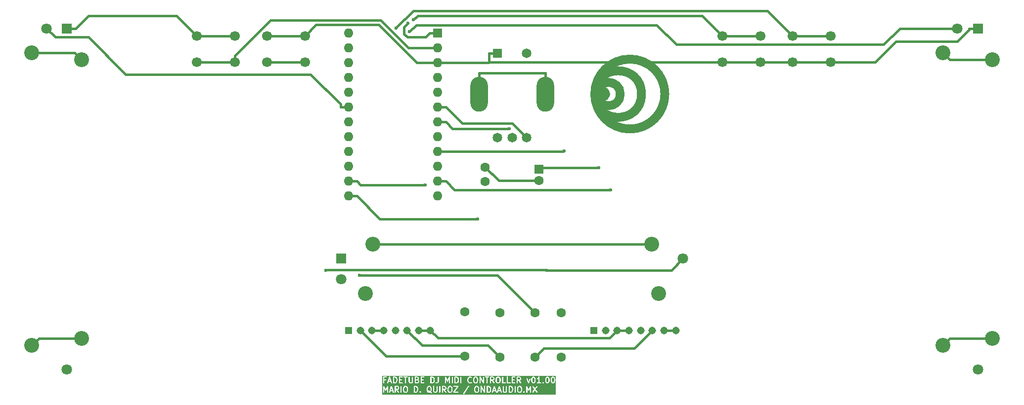
<source format=gbr>
%TF.GenerationSoftware,KiCad,Pcbnew,9.0.7*%
%TF.CreationDate,2026-01-26T22:48:02-06:00*%
%TF.ProjectId,FADETUBE_MIDI,46414445-5455-4424-955f-4d4944492e6b,rev?*%
%TF.SameCoordinates,Original*%
%TF.FileFunction,Copper,L1,Top*%
%TF.FilePolarity,Positive*%
%FSLAX46Y46*%
G04 Gerber Fmt 4.6, Leading zero omitted, Abs format (unit mm)*
G04 Created by KiCad (PCBNEW 9.0.7) date 2026-01-26 22:48:02*
%MOMM*%
%LPD*%
G01*
G04 APERTURE LIST*
G04 Aperture macros list*
%AMRoundRect*
0 Rectangle with rounded corners*
0 $1 Rounding radius*
0 $2 $3 $4 $5 $6 $7 $8 $9 X,Y pos of 4 corners*
0 Add a 4 corners polygon primitive as box body*
4,1,4,$2,$3,$4,$5,$6,$7,$8,$9,$2,$3,0*
0 Add four circle primitives for the rounded corners*
1,1,$1+$1,$2,$3*
1,1,$1+$1,$4,$5*
1,1,$1+$1,$6,$7*
1,1,$1+$1,$8,$9*
0 Add four rect primitives between the rounded corners*
20,1,$1+$1,$2,$3,$4,$5,0*
20,1,$1+$1,$4,$5,$6,$7,0*
20,1,$1+$1,$6,$7,$8,$9,0*
20,1,$1+$1,$8,$9,$2,$3,0*%
G04 Aperture macros list end*
%TA.AperFunction,NonConductor*%
%ADD10C,1.500000*%
%TD*%
%TA.AperFunction,Conductor*%
%ADD11C,1.500000*%
%TD*%
%ADD12C,0.187500*%
%TA.AperFunction,ComponentPad*%
%ADD13C,1.600000*%
%TD*%
%TA.AperFunction,ComponentPad*%
%ADD14R,1.650000X1.650000*%
%TD*%
%TA.AperFunction,ComponentPad*%
%ADD15C,1.650000*%
%TD*%
%TA.AperFunction,ComponentPad*%
%ADD16O,3.000000X6.000000*%
%TD*%
%TA.AperFunction,ComponentPad*%
%ADD17RoundRect,0.250000X-0.550000X0.550000X-0.550000X-0.550000X0.550000X-0.550000X0.550000X0.550000X0*%
%TD*%
%TA.AperFunction,ComponentPad*%
%ADD18C,1.700000*%
%TD*%
%TA.AperFunction,ComponentPad*%
%ADD19R,1.800000X1.800000*%
%TD*%
%TA.AperFunction,ComponentPad*%
%ADD20C,1.800000*%
%TD*%
%TA.AperFunction,ComponentPad*%
%ADD21C,2.550000*%
%TD*%
%TA.AperFunction,ComponentPad*%
%ADD22R,1.308000X1.308000*%
%TD*%
%TA.AperFunction,ComponentPad*%
%ADD23C,1.308000*%
%TD*%
%TA.AperFunction,ComponentPad*%
%ADD24R,1.600000X1.600000*%
%TD*%
%TA.AperFunction,ComponentPad*%
%ADD25O,1.600000X1.600000*%
%TD*%
%TA.AperFunction,ViaPad*%
%ADD26C,0.600000*%
%TD*%
%TA.AperFunction,Conductor*%
%ADD27C,0.400000*%
%TD*%
G04 APERTURE END LIST*
D10*
X18510000Y20000000D02*
G75*
G02*
X14510000Y20000000I-2000000J0D01*
G01*
X14510000Y20000000D02*
G75*
G02*
X18510000Y20000000I2000000J0D01*
G01*
D11*
%TO.N,GND*%
X26146039Y20000000D02*
G75*
G02*
X14146039Y20000000I-6000000J0D01*
G01*
X14146039Y20000000D02*
G75*
G02*
X26146039Y20000000I6000000J0D01*
G01*
D10*
X16010000Y20000000D02*
G75*
G02*
X15010000Y20000000I-500000J0D01*
G01*
X15010000Y20000000D02*
G75*
G02*
X16010000Y20000000I500000J0D01*
G01*
D11*
X22146039Y20000000D02*
G75*
G02*
X14146039Y20000000I-4000000J0D01*
G01*
X14146039Y20000000D02*
G75*
G02*
X22146039Y20000000I4000000J0D01*
G01*
D12*
G36*
X-14351883Y-31033523D02*
G01*
X-14278777Y-31033523D01*
X-14216940Y-31064440D01*
X-14197262Y-31084119D01*
X-14282132Y-31084119D01*
X-14343967Y-31053201D01*
X-14364930Y-31032238D01*
X-14351883Y-31033523D01*
G37*
G36*
X-14074082Y-30302537D02*
G01*
X-14007965Y-30368654D01*
X-13969443Y-30522744D01*
X-13969443Y-30832993D01*
X-14007965Y-30987082D01*
X-14018550Y-30997667D01*
X-14095116Y-30921101D01*
X-14102304Y-30915200D01*
X-14103927Y-30913330D01*
X-14106745Y-30911555D01*
X-14109322Y-30909441D01*
X-14111611Y-30908492D01*
X-14119481Y-30903539D01*
X-14214719Y-30855920D01*
X-14231883Y-30849352D01*
X-14235242Y-30849113D01*
X-14238355Y-30847824D01*
X-14256645Y-30846023D01*
X-14351883Y-30846023D01*
X-14370173Y-30847824D01*
X-14403968Y-30861823D01*
X-14429833Y-30887688D01*
X-14433014Y-30895369D01*
X-14448609Y-30832993D01*
X-14448609Y-30522744D01*
X-14410086Y-30368654D01*
X-14343970Y-30302538D01*
X-14282132Y-30271619D01*
X-14135920Y-30271619D01*
X-14074082Y-30302537D01*
G37*
G36*
X-18121701Y-30302537D02*
G01*
X-18055584Y-30368654D01*
X-18017062Y-30522744D01*
X-18017062Y-30832993D01*
X-18055584Y-30987082D01*
X-18121703Y-31053201D01*
X-18183539Y-31084119D01*
X-18329751Y-31084119D01*
X-18391586Y-31053201D01*
X-18457705Y-30987081D01*
X-18496228Y-30832993D01*
X-18496228Y-30522744D01*
X-18457705Y-30368654D01*
X-18391589Y-30302538D01*
X-18329751Y-30271619D01*
X-18183539Y-30271619D01*
X-18121701Y-30302537D01*
G37*
G36*
X-16402524Y-30307428D02*
G01*
X-16333695Y-30376258D01*
X-16297481Y-30448686D01*
X-16255157Y-30617982D01*
X-16255157Y-30737755D01*
X-16297481Y-30907051D01*
X-16333695Y-30979479D01*
X-16402525Y-31048309D01*
X-16509953Y-31084119D01*
X-16639085Y-31084119D01*
X-16639085Y-30271619D01*
X-16509953Y-30271619D01*
X-16402524Y-30307428D01*
G37*
G36*
X-10502654Y-30302537D02*
G01*
X-10436537Y-30368654D01*
X-10398015Y-30522744D01*
X-10398015Y-30832993D01*
X-10436537Y-30987082D01*
X-10502656Y-31053201D01*
X-10564492Y-31084119D01*
X-10710704Y-31084119D01*
X-10772539Y-31053201D01*
X-10838658Y-30987081D01*
X-10877181Y-30832993D01*
X-10877181Y-30522744D01*
X-10838658Y-30368654D01*
X-10772542Y-30302538D01*
X-10710704Y-30271619D01*
X-10564492Y-30271619D01*
X-10502654Y-30302537D01*
G37*
G36*
X-5931225Y-30302537D02*
G01*
X-5865108Y-30368654D01*
X-5826586Y-30522744D01*
X-5826586Y-30832993D01*
X-5865108Y-30987082D01*
X-5931227Y-31053201D01*
X-5993063Y-31084119D01*
X-6139275Y-31084119D01*
X-6201110Y-31053201D01*
X-6267229Y-30987081D01*
X-6305752Y-30832993D01*
X-6305752Y-30522744D01*
X-6267229Y-30368654D01*
X-6201113Y-30302538D01*
X-6139275Y-30271619D01*
X-5993063Y-30271619D01*
X-5931225Y-30302537D01*
G37*
G36*
X-3926334Y-30307428D02*
G01*
X-3857505Y-30376258D01*
X-3821291Y-30448686D01*
X-3778967Y-30617982D01*
X-3778967Y-30737755D01*
X-3821291Y-30907051D01*
X-3857505Y-30979479D01*
X-3926335Y-31048309D01*
X-4033763Y-31084119D01*
X-4162895Y-31084119D01*
X-4162895Y-30271619D01*
X-4033763Y-30271619D01*
X-3926334Y-30307428D01*
G37*
G36*
X-164429Y-30307428D02*
G01*
X-95600Y-30376257D01*
X-59387Y-30448685D01*
X-17063Y-30617982D01*
X-17063Y-30737755D01*
X-59387Y-30907051D01*
X-95600Y-30979479D01*
X-164430Y-31048309D01*
X-271858Y-31084119D01*
X-400990Y-31084119D01*
X-400990Y-30271619D01*
X-271858Y-30271619D01*
X-164429Y-30307428D01*
G37*
G36*
X1402106Y-30302537D02*
G01*
X1468223Y-30368654D01*
X1506746Y-30522744D01*
X1506746Y-30832993D01*
X1468223Y-30987082D01*
X1402104Y-31053201D01*
X1340269Y-31084119D01*
X1194057Y-31084119D01*
X1132221Y-31053201D01*
X1066102Y-30987081D01*
X1027580Y-30832993D01*
X1027580Y-30522744D01*
X1066102Y-30368654D01*
X1132219Y-30302538D01*
X1194057Y-30271619D01*
X1340269Y-30271619D01*
X1402106Y-30302537D01*
G37*
G36*
X-19597892Y-30302536D02*
G01*
X-19571789Y-30328640D01*
X-19540871Y-30390477D01*
X-19540871Y-30489070D01*
X-19571789Y-30550906D01*
X-19597892Y-30577010D01*
X-19659729Y-30607928D01*
X-19924799Y-30607928D01*
X-19924799Y-30271619D01*
X-19659729Y-30271619D01*
X-19597892Y-30302536D01*
G37*
G36*
X-11502655Y-30302536D02*
G01*
X-11476552Y-30328640D01*
X-11445634Y-30390477D01*
X-11445634Y-30489070D01*
X-11476552Y-30550906D01*
X-11502655Y-30577010D01*
X-11564492Y-30607928D01*
X-11829562Y-30607928D01*
X-11829562Y-30271619D01*
X-11564492Y-30271619D01*
X-11502655Y-30302536D01*
G37*
G36*
X-20577192Y-30798404D02*
G01*
X-20793240Y-30798404D01*
X-20685215Y-30474332D01*
X-20577192Y-30798404D01*
G37*
G36*
X-2958145Y-30798404D02*
G01*
X-3174193Y-30798404D01*
X-3066168Y-30474332D01*
X-2958145Y-30798404D01*
G37*
G36*
X-2101002Y-30798404D02*
G01*
X-2317050Y-30798404D01*
X-2209025Y-30474332D01*
X-2101002Y-30798404D01*
G37*
G36*
X-19973952Y-28697484D02*
G01*
X-19905123Y-28766314D01*
X-19868909Y-28838742D01*
X-19826585Y-29008038D01*
X-19826585Y-29127811D01*
X-19868909Y-29297107D01*
X-19905123Y-29369535D01*
X-19973953Y-29438365D01*
X-20081381Y-29474175D01*
X-20210513Y-29474175D01*
X-20210513Y-28661675D01*
X-20081381Y-28661675D01*
X-19973952Y-28697484D01*
G37*
G36*
X-16164428Y-29173674D02*
G01*
X-16143217Y-29194886D01*
X-16112299Y-29256723D01*
X-16112299Y-29355316D01*
X-16143218Y-29417154D01*
X-16169321Y-29443257D01*
X-16231157Y-29474175D01*
X-16496227Y-29474175D01*
X-16496227Y-29137865D01*
X-16271857Y-29137865D01*
X-16164428Y-29173674D01*
G37*
G36*
X-16216939Y-28692592D02*
G01*
X-16190836Y-28718696D01*
X-16159918Y-28780533D01*
X-16159918Y-28831507D01*
X-16190836Y-28893343D01*
X-16216939Y-28919447D01*
X-16278776Y-28950365D01*
X-16496227Y-28950365D01*
X-16496227Y-28661675D01*
X-16278776Y-28661675D01*
X-16216939Y-28692592D01*
G37*
G36*
X-13592999Y-28697484D02*
G01*
X-13524170Y-28766314D01*
X-13487956Y-28838742D01*
X-13445632Y-29008038D01*
X-13445632Y-29127811D01*
X-13487956Y-29297107D01*
X-13524170Y-29369535D01*
X-13593000Y-29438365D01*
X-13700428Y-29474175D01*
X-13829560Y-29474175D01*
X-13829560Y-28661675D01*
X-13700428Y-28661675D01*
X-13592999Y-28697484D01*
G37*
G36*
X-9450142Y-28697484D02*
G01*
X-9381313Y-28766314D01*
X-9345099Y-28838742D01*
X-9302775Y-29008038D01*
X-9302775Y-29127811D01*
X-9345099Y-29297107D01*
X-9381313Y-29369535D01*
X-9450143Y-29438365D01*
X-9557571Y-29474175D01*
X-9686703Y-29474175D01*
X-9686703Y-28661675D01*
X-9557571Y-28661675D01*
X-9450142Y-28697484D01*
G37*
G36*
X-6121700Y-28692593D02*
G01*
X-6055583Y-28758710D01*
X-6017061Y-28912800D01*
X-6017061Y-29223049D01*
X-6055583Y-29377138D01*
X-6121702Y-29443257D01*
X-6183538Y-29474175D01*
X-6329750Y-29474175D01*
X-6391585Y-29443257D01*
X-6457704Y-29377137D01*
X-6496227Y-29223049D01*
X-6496227Y-28912800D01*
X-6457704Y-28758710D01*
X-6391588Y-28692594D01*
X-6329750Y-28661675D01*
X-6183538Y-28661675D01*
X-6121700Y-28692593D01*
G37*
G36*
X-2264557Y-28692593D02*
G01*
X-2198440Y-28758710D01*
X-2159918Y-28912800D01*
X-2159918Y-29223049D01*
X-2198440Y-29377138D01*
X-2264559Y-29443257D01*
X-2326395Y-29474175D01*
X-2472607Y-29474175D01*
X-2534442Y-29443257D01*
X-2600561Y-29377137D01*
X-2639084Y-29223049D01*
X-2639084Y-28912800D01*
X-2600561Y-28758710D01*
X-2534445Y-28692594D01*
X-2472607Y-28661675D01*
X-2326395Y-28661675D01*
X-2264557Y-28692593D01*
G37*
G36*
X3735441Y-28692592D02*
G01*
X3761544Y-28718696D01*
X3797758Y-28791123D01*
X3840082Y-28960419D01*
X3840082Y-29175430D01*
X3797758Y-29344726D01*
X3761544Y-29417154D01*
X3735440Y-29443257D01*
X3673605Y-29474175D01*
X3622631Y-29474175D01*
X3560795Y-29443257D01*
X3534690Y-29417151D01*
X3498478Y-29344726D01*
X3456154Y-29175430D01*
X3456154Y-28960419D01*
X3498478Y-28791122D01*
X3534690Y-28718696D01*
X3560794Y-28692593D01*
X3622631Y-28661675D01*
X3673605Y-28661675D01*
X3735441Y-28692592D01*
G37*
G36*
X6116393Y-28692592D02*
G01*
X6142496Y-28718696D01*
X6178710Y-28791123D01*
X6221034Y-28960419D01*
X6221034Y-29175430D01*
X6178710Y-29344726D01*
X6142496Y-29417154D01*
X6116392Y-29443257D01*
X6054557Y-29474175D01*
X6003583Y-29474175D01*
X5941747Y-29443257D01*
X5915642Y-29417151D01*
X5879430Y-29344726D01*
X5837106Y-29175430D01*
X5837106Y-28960419D01*
X5879430Y-28791122D01*
X5915642Y-28718696D01*
X5941746Y-28692593D01*
X6003583Y-28661675D01*
X6054557Y-28661675D01*
X6116393Y-28692592D01*
G37*
G36*
X7068774Y-28692592D02*
G01*
X7094877Y-28718696D01*
X7131091Y-28791123D01*
X7173415Y-28960419D01*
X7173415Y-29175430D01*
X7131091Y-29344726D01*
X7094877Y-29417154D01*
X7068773Y-29443257D01*
X7006938Y-29474175D01*
X6955964Y-29474175D01*
X6894128Y-29443257D01*
X6868023Y-29417151D01*
X6831811Y-29344726D01*
X6789487Y-29175430D01*
X6789487Y-28960419D01*
X6831811Y-28791122D01*
X6868023Y-28718696D01*
X6894127Y-28692593D01*
X6955964Y-28661675D01*
X7006938Y-28661675D01*
X7068774Y-28692592D01*
G37*
G36*
X-3264558Y-28692592D02*
G01*
X-3238455Y-28718696D01*
X-3207537Y-28780533D01*
X-3207537Y-28879126D01*
X-3238455Y-28940962D01*
X-3264558Y-28967066D01*
X-3326395Y-28997984D01*
X-3591465Y-28997984D01*
X-3591465Y-28661675D01*
X-3326395Y-28661675D01*
X-3264558Y-28692592D01*
G37*
G36*
X1306869Y-28692592D02*
G01*
X1332972Y-28718696D01*
X1363891Y-28780533D01*
X1363891Y-28879126D01*
X1332972Y-28940962D01*
X1306869Y-28967066D01*
X1245033Y-28997984D01*
X979963Y-28997984D01*
X979963Y-28661675D01*
X1245033Y-28661675D01*
X1306869Y-28692592D01*
G37*
G36*
X-20862906Y-29188460D02*
G01*
X-21078954Y-29188460D01*
X-20970929Y-28864388D01*
X-20862906Y-29188460D01*
G37*
G36*
X7472026Y-31620825D02*
G01*
X-22223410Y-31620825D01*
X-22223410Y-31416062D01*
X-8398014Y-31416062D01*
X-8390840Y-31451931D01*
X-8370486Y-31482325D01*
X-8340050Y-31502616D01*
X-8304166Y-31509714D01*
X-8268297Y-31502540D01*
X-8237903Y-31482186D01*
X-8226259Y-31467967D01*
X-7588416Y-30511202D01*
X-6493252Y-30511202D01*
X-6493252Y-30844535D01*
X-6492938Y-30847722D01*
X-6493142Y-30849092D01*
X-6492128Y-30855944D01*
X-6491451Y-30862825D01*
X-6490921Y-30864102D01*
X-6490453Y-30867273D01*
X-6442834Y-31057749D01*
X-6436651Y-31075056D01*
X-6432500Y-31080657D01*
X-6429834Y-31087095D01*
X-6418175Y-31101302D01*
X-6322936Y-31196541D01*
X-6315747Y-31202441D01*
X-6314125Y-31204312D01*
X-6311306Y-31206086D01*
X-6308730Y-31208201D01*
X-6306440Y-31209149D01*
X-6298571Y-31214103D01*
X-6203334Y-31261721D01*
X-6186169Y-31268290D01*
X-6182809Y-31268528D01*
X-6179697Y-31269818D01*
X-6161407Y-31271619D01*
X-5970931Y-31271619D01*
X-5952641Y-31269818D01*
X-5949528Y-31268528D01*
X-5946169Y-31268290D01*
X-5929005Y-31261722D01*
X-5833767Y-31214103D01*
X-5825893Y-31209146D01*
X-5823608Y-31208200D01*
X-5821034Y-31206088D01*
X-5818213Y-31204312D01*
X-5816590Y-31202440D01*
X-5809401Y-31196541D01*
X-5714163Y-31101302D01*
X-5702504Y-31087095D01*
X-5699837Y-31080657D01*
X-5695687Y-31075056D01*
X-5689504Y-31057749D01*
X-5641885Y-30867273D01*
X-5641416Y-30864102D01*
X-5640887Y-30862825D01*
X-5640209Y-30855944D01*
X-5639196Y-30849092D01*
X-5639399Y-30847722D01*
X-5639086Y-30844535D01*
X-5639086Y-30511202D01*
X-5639399Y-30508014D01*
X-5639196Y-30506645D01*
X-5640209Y-30499792D01*
X-5640887Y-30492912D01*
X-5641416Y-30491634D01*
X-5641885Y-30488464D01*
X-5689504Y-30297988D01*
X-5695687Y-30280681D01*
X-5699836Y-30275080D01*
X-5702504Y-30268641D01*
X-5714164Y-30254435D01*
X-5790730Y-30177869D01*
X-5398014Y-30177869D01*
X-5398014Y-31177869D01*
X-5396213Y-31196159D01*
X-5382214Y-31229954D01*
X-5356349Y-31255819D01*
X-5322554Y-31269818D01*
X-5285974Y-31269818D01*
X-5252179Y-31255819D01*
X-5226314Y-31229954D01*
X-5212315Y-31196159D01*
X-5210514Y-31177869D01*
X-5210514Y-30530891D01*
X-4814234Y-31224382D01*
X-4811496Y-31228238D01*
X-4810786Y-31229954D01*
X-4809038Y-31231701D01*
X-4803596Y-31239369D01*
X-4793733Y-31247006D01*
X-4784921Y-31255819D01*
X-4779400Y-31258105D01*
X-4774674Y-31261766D01*
X-4762645Y-31265046D01*
X-4751126Y-31269818D01*
X-4745148Y-31269818D01*
X-4739384Y-31271390D01*
X-4727016Y-31269818D01*
X-4714546Y-31269818D01*
X-4709026Y-31267531D01*
X-4703097Y-31266778D01*
X-4692265Y-31260588D01*
X-4680751Y-31255819D01*
X-4676527Y-31251595D01*
X-4671336Y-31248629D01*
X-4663698Y-31238766D01*
X-4654886Y-31229954D01*
X-4652599Y-31224433D01*
X-4648939Y-31219707D01*
X-4645658Y-31207677D01*
X-4640887Y-31196159D01*
X-4639965Y-31186804D01*
X-4639315Y-31184418D01*
X-4639549Y-31182574D01*
X-4639086Y-31177869D01*
X-4639086Y-30177869D01*
X-4350395Y-30177869D01*
X-4350395Y-31177869D01*
X-4348594Y-31196158D01*
X-4348594Y-31196159D01*
X-4334595Y-31229954D01*
X-4308730Y-31255819D01*
X-4274935Y-31269818D01*
X-4256645Y-31271619D01*
X-4018550Y-31271619D01*
X-4009293Y-31270707D01*
X-4006825Y-31270883D01*
X-4003578Y-31270144D01*
X-4000260Y-31269818D01*
X-3997970Y-31268869D01*
X-3988904Y-31266808D01*
X-3846047Y-31219189D01*
X-3829265Y-31211697D01*
X-3826718Y-31209488D01*
X-3823608Y-31208200D01*
X-3809401Y-31196541D01*
X-3779004Y-31166144D01*
X-3492516Y-31166144D01*
X-3489923Y-31202631D01*
X-3473564Y-31235348D01*
X-3445930Y-31259316D01*
X-3411227Y-31270883D01*
X-3374740Y-31268290D01*
X-3342023Y-31251931D01*
X-3318055Y-31224297D01*
X-3310563Y-31207515D01*
X-3236693Y-30985904D01*
X-2895645Y-30985904D01*
X-2821775Y-31207515D01*
X-2814283Y-31224297D01*
X-2790315Y-31251931D01*
X-2757598Y-31268289D01*
X-2721111Y-31270883D01*
X-2686408Y-31259315D01*
X-2658774Y-31235348D01*
X-2642416Y-31202631D01*
X-2639822Y-31166144D01*
X-2635373Y-31166144D01*
X-2632780Y-31202631D01*
X-2616421Y-31235348D01*
X-2588787Y-31259316D01*
X-2554084Y-31270883D01*
X-2517597Y-31268290D01*
X-2484880Y-31251931D01*
X-2460912Y-31224297D01*
X-2453420Y-31207515D01*
X-2379550Y-30985904D01*
X-2038502Y-30985904D01*
X-1964632Y-31207515D01*
X-1957140Y-31224297D01*
X-1933172Y-31251931D01*
X-1900455Y-31268289D01*
X-1863968Y-31270883D01*
X-1829265Y-31259315D01*
X-1801631Y-31235348D01*
X-1785273Y-31202631D01*
X-1782679Y-31166143D01*
X-1786754Y-31148222D01*
X-2110205Y-30177869D01*
X-1636109Y-30177869D01*
X-1636109Y-30987392D01*
X-1634308Y-31005682D01*
X-1633018Y-31008794D01*
X-1632780Y-31012154D01*
X-1626212Y-31029318D01*
X-1578593Y-31124556D01*
X-1573638Y-31132427D01*
X-1572691Y-31134714D01*
X-1570577Y-31137289D01*
X-1568802Y-31140110D01*
X-1566931Y-31141732D01*
X-1561032Y-31148921D01*
X-1513413Y-31196540D01*
X-1506224Y-31202440D01*
X-1504601Y-31204312D01*
X-1501781Y-31206086D01*
X-1499207Y-31208200D01*
X-1496919Y-31209147D01*
X-1489047Y-31214103D01*
X-1393810Y-31261721D01*
X-1376645Y-31268290D01*
X-1373285Y-31268528D01*
X-1370173Y-31269818D01*
X-1351883Y-31271619D01*
X-1161407Y-31271619D01*
X-1143117Y-31269818D01*
X-1140004Y-31268528D01*
X-1136645Y-31268290D01*
X-1119481Y-31261722D01*
X-1024243Y-31214103D01*
X-1016370Y-31209147D01*
X-1014083Y-31208200D01*
X-1011507Y-31206086D01*
X-1008689Y-31204312D01*
X-1007067Y-31202442D01*
X-999877Y-31196541D01*
X-952258Y-31148921D01*
X-946358Y-31141732D01*
X-944488Y-31140110D01*
X-942712Y-31137289D01*
X-940599Y-31134714D01*
X-939651Y-31132427D01*
X-934697Y-31124556D01*
X-887079Y-31029319D01*
X-880510Y-31012154D01*
X-880271Y-31008794D01*
X-878982Y-31005682D01*
X-877181Y-30987392D01*
X-877181Y-30177869D01*
X-588490Y-30177869D01*
X-588490Y-31177869D01*
X-586689Y-31196158D01*
X-586689Y-31196159D01*
X-572690Y-31229954D01*
X-546825Y-31255819D01*
X-513030Y-31269818D01*
X-494740Y-31271619D01*
X-256645Y-31271619D01*
X-247388Y-31270707D01*
X-244920Y-31270883D01*
X-241673Y-31270144D01*
X-238355Y-31269818D01*
X-236065Y-31268869D01*
X-226999Y-31266808D01*
X-84142Y-31219189D01*
X-67360Y-31211697D01*
X-64813Y-31209488D01*
X-61703Y-31208200D01*
X-47496Y-31196541D01*
X47742Y-31101302D01*
X53641Y-31094112D01*
X55513Y-31092490D01*
X57288Y-31089668D01*
X59401Y-31087095D01*
X60347Y-31084809D01*
X65303Y-31076937D01*
X112921Y-30981698D01*
X113431Y-30980363D01*
X113836Y-30979818D01*
X116586Y-30972119D01*
X119489Y-30964534D01*
X119536Y-30963860D01*
X120019Y-30962511D01*
X167638Y-30772035D01*
X168106Y-30768864D01*
X168636Y-30767587D01*
X169313Y-30760706D01*
X170327Y-30753854D01*
X170123Y-30752484D01*
X170437Y-30749297D01*
X170437Y-30606440D01*
X170123Y-30603252D01*
X170327Y-30601883D01*
X169313Y-30595030D01*
X168636Y-30588150D01*
X168106Y-30586872D01*
X167638Y-30583702D01*
X120019Y-30393226D01*
X119536Y-30391876D01*
X119489Y-30391203D01*
X116586Y-30383617D01*
X113836Y-30375919D01*
X113431Y-30375373D01*
X112921Y-30374039D01*
X65303Y-30278800D01*
X60348Y-30270929D01*
X59401Y-30268641D01*
X57287Y-30266065D01*
X55513Y-30263247D01*
X53641Y-30261623D01*
X47741Y-30254435D01*
X-28825Y-30177869D01*
X411509Y-30177869D01*
X411509Y-31177869D01*
X413310Y-31196159D01*
X427309Y-31229954D01*
X453174Y-31255819D01*
X486969Y-31269818D01*
X523549Y-31269818D01*
X557344Y-31255819D01*
X583209Y-31229954D01*
X597208Y-31196159D01*
X599009Y-31177869D01*
X599009Y-30511202D01*
X840080Y-30511202D01*
X840080Y-30844535D01*
X840393Y-30847722D01*
X840190Y-30849092D01*
X841203Y-30855944D01*
X841881Y-30862825D01*
X842410Y-30864102D01*
X842879Y-30867273D01*
X890498Y-31057749D01*
X896681Y-31075056D01*
X900831Y-31080657D01*
X903498Y-31087095D01*
X915157Y-31101302D01*
X1010396Y-31196541D01*
X1017584Y-31202441D01*
X1019207Y-31204312D01*
X1022025Y-31206086D01*
X1024602Y-31208201D01*
X1026891Y-31209149D01*
X1034761Y-31214103D01*
X1129998Y-31261721D01*
X1147163Y-31268290D01*
X1150522Y-31268528D01*
X1153635Y-31269818D01*
X1171925Y-31271619D01*
X1362401Y-31271619D01*
X1380691Y-31269818D01*
X1383803Y-31268528D01*
X1387163Y-31268290D01*
X1404327Y-31261722D01*
X1499565Y-31214103D01*
X1507438Y-31209146D01*
X1509724Y-31208200D01*
X1512297Y-31206088D01*
X1515119Y-31204312D01*
X1516741Y-31202440D01*
X1523931Y-31196541D01*
X1608510Y-31111961D01*
X1889500Y-31111961D01*
X1889500Y-31148539D01*
X1903498Y-31182335D01*
X1915158Y-31196541D01*
X1962776Y-31244160D01*
X1976977Y-31255814D01*
X1976983Y-31255820D01*
X1999726Y-31265240D01*
X2010778Y-31269818D01*
X2010779Y-31269818D01*
X2047357Y-31269818D01*
X2047358Y-31269818D01*
X2058410Y-31265240D01*
X2081153Y-31255820D01*
X2095359Y-31244160D01*
X2142978Y-31196542D01*
X2154637Y-31182335D01*
X2168635Y-31148540D01*
X2168635Y-31131356D01*
X2168636Y-31111962D01*
X2154638Y-31078166D01*
X2142979Y-31063959D01*
X2095360Y-31016339D01*
X2081154Y-31004680D01*
X2071255Y-31000579D01*
X2047358Y-30990681D01*
X2010778Y-30990681D01*
X1986880Y-31000579D01*
X1976982Y-31004680D01*
X1962776Y-31016340D01*
X1915157Y-31063959D01*
X1903502Y-31078160D01*
X1903498Y-31078165D01*
X1889500Y-31111961D01*
X1608510Y-31111961D01*
X1619169Y-31101302D01*
X1630828Y-31087095D01*
X1633494Y-31080657D01*
X1637645Y-31075056D01*
X1643828Y-31057749D01*
X1691447Y-30867273D01*
X1691915Y-30864102D01*
X1692445Y-30862825D01*
X1693122Y-30855944D01*
X1694136Y-30849092D01*
X1693932Y-30847722D01*
X1694246Y-30844535D01*
X1694246Y-30511202D01*
X1693932Y-30508014D01*
X1694136Y-30506645D01*
X1693122Y-30499792D01*
X1692445Y-30492912D01*
X1691915Y-30491634D01*
X1691447Y-30488464D01*
X1643828Y-30297988D01*
X1637645Y-30280681D01*
X1633495Y-30275080D01*
X1630828Y-30268641D01*
X1619168Y-30254435D01*
X1542602Y-30177869D01*
X2411508Y-30177869D01*
X2411508Y-31177869D01*
X2413309Y-31196159D01*
X2427308Y-31229954D01*
X2453173Y-31255819D01*
X2486968Y-31269818D01*
X2523548Y-31269818D01*
X2557343Y-31255819D01*
X2583208Y-31229954D01*
X2597207Y-31196159D01*
X2599008Y-31177869D01*
X2599008Y-30600454D01*
X2753636Y-30931800D01*
X2757605Y-30938501D01*
X2758429Y-30940765D01*
X2759895Y-30942366D01*
X2763003Y-30947612D01*
X2773512Y-30957236D01*
X2783133Y-30967742D01*
X2786907Y-30969503D01*
X2789980Y-30972317D01*
X2803370Y-30977186D01*
X2816281Y-30983211D01*
X2820442Y-30983393D01*
X2824356Y-30984817D01*
X2838591Y-30984191D01*
X2852826Y-30984817D01*
X2856739Y-30983393D01*
X2860901Y-30983211D01*
X2873817Y-30977183D01*
X2887202Y-30972316D01*
X2890272Y-30969504D01*
X2894049Y-30967742D01*
X2903673Y-30957232D01*
X2914179Y-30947612D01*
X2917284Y-30942369D01*
X2918754Y-30940765D01*
X2919578Y-30938497D01*
X2923546Y-30931800D01*
X3078174Y-30600453D01*
X3078174Y-31177869D01*
X3079975Y-31196159D01*
X3093974Y-31229954D01*
X3119839Y-31255819D01*
X3153634Y-31269818D01*
X3190214Y-31269818D01*
X3224009Y-31255819D01*
X3249874Y-31229954D01*
X3263873Y-31196159D01*
X3265674Y-31177869D01*
X3265674Y-30177869D01*
X3265664Y-30177770D01*
X3459127Y-30177770D01*
X3466225Y-30213655D01*
X3474872Y-30229872D01*
X3773536Y-30677869D01*
X3474872Y-31125866D01*
X3466225Y-31142083D01*
X3459127Y-31177968D01*
X3466301Y-31213836D01*
X3486655Y-31244230D01*
X3517091Y-31264521D01*
X3552976Y-31271619D01*
X3588844Y-31264445D01*
X3619238Y-31244091D01*
X3630882Y-31229872D01*
X3886210Y-30846879D01*
X4141538Y-31229872D01*
X4153182Y-31244091D01*
X4183576Y-31264445D01*
X4219444Y-31271619D01*
X4255329Y-31264521D01*
X4285765Y-31244230D01*
X4306119Y-31213836D01*
X4313293Y-31177967D01*
X4306195Y-31142083D01*
X4297548Y-31125866D01*
X3998883Y-30677869D01*
X4297548Y-30229872D01*
X4306195Y-30213655D01*
X4313293Y-30177771D01*
X4306119Y-30141902D01*
X4285765Y-30111508D01*
X4255329Y-30091217D01*
X4219444Y-30084119D01*
X4183576Y-30091293D01*
X4153182Y-30111647D01*
X4141538Y-30125866D01*
X3886210Y-30508858D01*
X3630882Y-30125866D01*
X3619238Y-30111647D01*
X3588844Y-30091293D01*
X3552976Y-30084119D01*
X3517091Y-30091217D01*
X3486655Y-30111508D01*
X3466301Y-30141902D01*
X3459127Y-30177770D01*
X3265664Y-30177770D01*
X3264489Y-30165843D01*
X3264587Y-30163634D01*
X3264155Y-30162447D01*
X3263873Y-30159579D01*
X3257648Y-30144551D01*
X3252087Y-30129258D01*
X3250673Y-30127714D01*
X3249874Y-30125784D01*
X3238375Y-30114285D01*
X3227382Y-30102281D01*
X3225486Y-30101396D01*
X3224009Y-30099919D01*
X3208981Y-30093693D01*
X3194234Y-30086812D01*
X3192145Y-30086720D01*
X3190214Y-30085920D01*
X3173936Y-30085920D01*
X3157689Y-30085206D01*
X3155725Y-30085920D01*
X3153634Y-30085920D01*
X3138606Y-30092144D01*
X3123313Y-30097706D01*
X3121769Y-30099119D01*
X3119839Y-30099919D01*
X3108340Y-30111417D01*
X3096336Y-30122411D01*
X3094866Y-30124891D01*
X3093974Y-30125784D01*
X3093128Y-30127826D01*
X3086969Y-30138223D01*
X2838590Y-30670461D01*
X2590213Y-30138223D01*
X2584053Y-30127826D01*
X2583208Y-30125784D01*
X2582315Y-30124891D01*
X2580846Y-30122411D01*
X2568846Y-30111422D01*
X2557343Y-30099919D01*
X2555410Y-30099118D01*
X2553869Y-30097707D01*
X2538586Y-30092149D01*
X2523548Y-30085920D01*
X2521456Y-30085920D01*
X2519493Y-30085206D01*
X2503246Y-30085920D01*
X2486968Y-30085920D01*
X2485036Y-30086720D01*
X2482948Y-30086812D01*
X2468200Y-30093693D01*
X2453173Y-30099919D01*
X2451695Y-30101396D01*
X2449800Y-30102281D01*
X2438811Y-30114280D01*
X2427308Y-30125784D01*
X2426507Y-30127716D01*
X2425096Y-30129258D01*
X2419538Y-30144540D01*
X2413309Y-30159579D01*
X2413026Y-30162447D01*
X2412595Y-30163634D01*
X2412692Y-30165843D01*
X2411508Y-30177869D01*
X1542602Y-30177869D01*
X1523930Y-30159197D01*
X1516741Y-30153296D01*
X1515119Y-30151426D01*
X1512300Y-30149651D01*
X1509724Y-30147537D01*
X1507434Y-30146588D01*
X1499565Y-30141635D01*
X1404327Y-30094016D01*
X1387163Y-30087448D01*
X1383803Y-30087209D01*
X1380691Y-30085920D01*
X1362401Y-30084119D01*
X1171925Y-30084119D01*
X1153635Y-30085920D01*
X1150522Y-30087209D01*
X1147163Y-30087448D01*
X1129998Y-30094017D01*
X1034761Y-30141635D01*
X1026891Y-30146588D01*
X1024602Y-30147537D01*
X1022025Y-30149651D01*
X1019207Y-30151426D01*
X1017584Y-30153296D01*
X1010396Y-30159197D01*
X915158Y-30254435D01*
X903498Y-30268641D01*
X900830Y-30275080D01*
X896681Y-30280681D01*
X890498Y-30297988D01*
X842879Y-30488464D01*
X842410Y-30491634D01*
X841881Y-30492912D01*
X841203Y-30499792D01*
X840190Y-30506645D01*
X840393Y-30508014D01*
X840080Y-30511202D01*
X599009Y-30511202D01*
X599009Y-30177869D01*
X597208Y-30159579D01*
X583209Y-30125784D01*
X557344Y-30099919D01*
X523549Y-30085920D01*
X486969Y-30085920D01*
X453174Y-30099919D01*
X427309Y-30125784D01*
X413310Y-30159579D01*
X411509Y-30177869D01*
X-28825Y-30177869D01*
X-47497Y-30159197D01*
X-61703Y-30147537D01*
X-64815Y-30146247D01*
X-67360Y-30144041D01*
X-84142Y-30136549D01*
X-226999Y-30088930D01*
X-236065Y-30086868D01*
X-238355Y-30085920D01*
X-241673Y-30085593D01*
X-244920Y-30084855D01*
X-247388Y-30085030D01*
X-256645Y-30084119D01*
X-494740Y-30084119D01*
X-513030Y-30085920D01*
X-546825Y-30099919D01*
X-572690Y-30125784D01*
X-586689Y-30159579D01*
X-588490Y-30177869D01*
X-877181Y-30177869D01*
X-878982Y-30159579D01*
X-892981Y-30125784D01*
X-918846Y-30099919D01*
X-952641Y-30085920D01*
X-989221Y-30085920D01*
X-1023016Y-30099919D01*
X-1048881Y-30125784D01*
X-1062880Y-30159579D01*
X-1064681Y-30177869D01*
X-1064681Y-30965260D01*
X-1095600Y-31027098D01*
X-1121703Y-31053201D01*
X-1183539Y-31084119D01*
X-1329751Y-31084119D01*
X-1391586Y-31053201D01*
X-1417691Y-31027095D01*
X-1448609Y-30965260D01*
X-1448609Y-30177869D01*
X-1450410Y-30159579D01*
X-1464409Y-30125784D01*
X-1490274Y-30099919D01*
X-1524069Y-30085920D01*
X-1560649Y-30085920D01*
X-1594444Y-30099919D01*
X-1620309Y-30125784D01*
X-1634308Y-30159579D01*
X-1636109Y-30177869D01*
X-2110205Y-30177869D01*
X-2120087Y-30148223D01*
X-2127579Y-30131441D01*
X-2131969Y-30126378D01*
X-2134964Y-30120390D01*
X-2143843Y-30112688D01*
X-2151547Y-30103807D01*
X-2157538Y-30100811D01*
X-2162598Y-30096423D01*
X-2173747Y-30092706D01*
X-2184264Y-30087448D01*
X-2190946Y-30086973D01*
X-2197301Y-30084855D01*
X-2209023Y-30085688D01*
X-2220751Y-30084855D01*
X-2227108Y-30086974D01*
X-2233788Y-30087449D01*
X-2244296Y-30092702D01*
X-2255454Y-30096422D01*
X-2260516Y-30100812D01*
X-2266505Y-30103807D01*
X-2274207Y-30112687D01*
X-2283088Y-30120390D01*
X-2286082Y-30126379D01*
X-2290473Y-30131441D01*
X-2297965Y-30148223D01*
X-2631298Y-31148223D01*
X-2635373Y-31166144D01*
X-2639822Y-31166144D01*
X-2639822Y-31166143D01*
X-2643897Y-31148222D01*
X-2977230Y-30148223D01*
X-2984722Y-30131441D01*
X-2989112Y-30126378D01*
X-2992107Y-30120390D01*
X-3000986Y-30112688D01*
X-3008690Y-30103807D01*
X-3014681Y-30100811D01*
X-3019741Y-30096423D01*
X-3030890Y-30092706D01*
X-3041407Y-30087448D01*
X-3048089Y-30086973D01*
X-3054444Y-30084855D01*
X-3066166Y-30085688D01*
X-3077894Y-30084855D01*
X-3084251Y-30086974D01*
X-3090931Y-30087449D01*
X-3101439Y-30092702D01*
X-3112597Y-30096422D01*
X-3117659Y-30100812D01*
X-3123648Y-30103807D01*
X-3131350Y-30112687D01*
X-3140231Y-30120390D01*
X-3143225Y-30126379D01*
X-3147616Y-30131441D01*
X-3155108Y-30148223D01*
X-3488441Y-31148223D01*
X-3492516Y-31166144D01*
X-3779004Y-31166144D01*
X-3714163Y-31101302D01*
X-3708263Y-31094113D01*
X-3706393Y-31092491D01*
X-3704617Y-31089670D01*
X-3702504Y-31087095D01*
X-3701556Y-31084808D01*
X-3696602Y-31076937D01*
X-3648984Y-30981700D01*
X-3648472Y-30980364D01*
X-3648068Y-30979818D01*
X-3645319Y-30972123D01*
X-3642415Y-30964535D01*
X-3642367Y-30963860D01*
X-3641885Y-30962511D01*
X-3594266Y-30772035D01*
X-3593797Y-30768864D01*
X-3593268Y-30767587D01*
X-3592590Y-30760706D01*
X-3591577Y-30753854D01*
X-3591780Y-30752484D01*
X-3591467Y-30749297D01*
X-3591467Y-30606440D01*
X-3591780Y-30603252D01*
X-3591577Y-30601883D01*
X-3592590Y-30595030D01*
X-3593268Y-30588150D01*
X-3593797Y-30586872D01*
X-3594266Y-30583702D01*
X-3641885Y-30393226D01*
X-3642367Y-30391876D01*
X-3642415Y-30391202D01*
X-3645319Y-30383613D01*
X-3648068Y-30375919D01*
X-3648472Y-30375372D01*
X-3648984Y-30374037D01*
X-3696602Y-30278800D01*
X-3701555Y-30270930D01*
X-3702504Y-30268641D01*
X-3704618Y-30266064D01*
X-3706393Y-30263246D01*
X-3708263Y-30261623D01*
X-3714164Y-30254435D01*
X-3809402Y-30159197D01*
X-3823608Y-30147537D01*
X-3826720Y-30146247D01*
X-3829265Y-30144041D01*
X-3846047Y-30136549D01*
X-3988904Y-30088930D01*
X-3997970Y-30086868D01*
X-4000260Y-30085920D01*
X-4003578Y-30085593D01*
X-4006825Y-30084855D01*
X-4009293Y-30085030D01*
X-4018550Y-30084119D01*
X-4256645Y-30084119D01*
X-4274935Y-30085920D01*
X-4308730Y-30099919D01*
X-4334595Y-30125784D01*
X-4348594Y-30159579D01*
X-4350395Y-30177869D01*
X-4639086Y-30177869D01*
X-4640887Y-30159579D01*
X-4654886Y-30125784D01*
X-4680751Y-30099919D01*
X-4714546Y-30085920D01*
X-4751126Y-30085920D01*
X-4784921Y-30099919D01*
X-4810786Y-30125784D01*
X-4824785Y-30159579D01*
X-4826586Y-30177869D01*
X-4826586Y-30824846D01*
X-5222866Y-30131356D01*
X-5225603Y-30127499D01*
X-5226314Y-30125784D01*
X-5228061Y-30124036D01*
X-5233504Y-30116369D01*
X-5243364Y-30108733D01*
X-5252179Y-30099919D01*
X-5257701Y-30097631D01*
X-5262426Y-30093973D01*
X-5274450Y-30090693D01*
X-5285974Y-30085920D01*
X-5291952Y-30085920D01*
X-5297716Y-30084348D01*
X-5310082Y-30085920D01*
X-5322554Y-30085920D01*
X-5328076Y-30088207D01*
X-5334003Y-30088961D01*
X-5344829Y-30095147D01*
X-5356349Y-30099919D01*
X-5360572Y-30104142D01*
X-5365764Y-30107109D01*
X-5373399Y-30116969D01*
X-5382214Y-30125784D01*
X-5384501Y-30131306D01*
X-5388160Y-30136031D01*
X-5391439Y-30148055D01*
X-5396213Y-30159579D01*
X-5397134Y-30168935D01*
X-5397785Y-30171321D01*
X-5397550Y-30173164D01*
X-5398014Y-30177869D01*
X-5790730Y-30177869D01*
X-5809402Y-30159197D01*
X-5816590Y-30153296D01*
X-5818213Y-30151426D01*
X-5821031Y-30149651D01*
X-5823608Y-30147537D01*
X-5825897Y-30146588D01*
X-5833767Y-30141635D01*
X-5929005Y-30094016D01*
X-5946169Y-30087448D01*
X-5949528Y-30087209D01*
X-5952641Y-30085920D01*
X-5970931Y-30084119D01*
X-6161407Y-30084119D01*
X-6179697Y-30085920D01*
X-6182809Y-30087209D01*
X-6186169Y-30087448D01*
X-6203334Y-30094017D01*
X-6298571Y-30141635D01*
X-6306440Y-30146588D01*
X-6308730Y-30147537D01*
X-6311306Y-30149651D01*
X-6314125Y-30151426D01*
X-6315747Y-30153296D01*
X-6322936Y-30159197D01*
X-6418174Y-30254435D01*
X-6429834Y-30268641D01*
X-6432501Y-30275080D01*
X-6436651Y-30280681D01*
X-6442834Y-30297988D01*
X-6490453Y-30488464D01*
X-6490921Y-30491634D01*
X-6491451Y-30492912D01*
X-6492128Y-30499792D01*
X-6493142Y-30506645D01*
X-6492938Y-30508014D01*
X-6493252Y-30511202D01*
X-7588416Y-30511202D01*
X-7369117Y-30182253D01*
X-7360470Y-30166036D01*
X-7353372Y-30130151D01*
X-7360546Y-30094283D01*
X-7380899Y-30063889D01*
X-7411336Y-30043598D01*
X-7447220Y-30036500D01*
X-7483089Y-30043673D01*
X-7513482Y-30064027D01*
X-7525126Y-30078247D01*
X-8382269Y-31363961D01*
X-8390916Y-31380178D01*
X-8398014Y-31416062D01*
X-22223410Y-31416062D01*
X-22223410Y-30177869D01*
X-22112299Y-30177869D01*
X-22112299Y-31177869D01*
X-22110498Y-31196159D01*
X-22096499Y-31229954D01*
X-22070634Y-31255819D01*
X-22036839Y-31269818D01*
X-22000259Y-31269818D01*
X-21966464Y-31255819D01*
X-21940599Y-31229954D01*
X-21926600Y-31196159D01*
X-21924799Y-31177869D01*
X-21924799Y-30600454D01*
X-21770171Y-30931800D01*
X-21766201Y-30938501D01*
X-21765378Y-30940765D01*
X-21763911Y-30942366D01*
X-21760804Y-30947612D01*
X-21750294Y-30957236D01*
X-21740674Y-30967742D01*
X-21736899Y-30969503D01*
X-21733827Y-30972317D01*
X-21720436Y-30977186D01*
X-21707526Y-30983211D01*
X-21703364Y-30983393D01*
X-21699451Y-30984817D01*
X-21685216Y-30984191D01*
X-21670981Y-30984817D01*
X-21667067Y-30983393D01*
X-21662906Y-30983211D01*
X-21649989Y-30977183D01*
X-21636605Y-30972316D01*
X-21633534Y-30969504D01*
X-21629758Y-30967742D01*
X-21620133Y-30957232D01*
X-21609628Y-30947612D01*
X-21606522Y-30942369D01*
X-21605053Y-30940765D01*
X-21604228Y-30938497D01*
X-21600261Y-30931800D01*
X-21445633Y-30600453D01*
X-21445633Y-31177869D01*
X-21443832Y-31196159D01*
X-21429833Y-31229954D01*
X-21403968Y-31255819D01*
X-21370173Y-31269818D01*
X-21333593Y-31269818D01*
X-21299798Y-31255819D01*
X-21273933Y-31229954D01*
X-21259934Y-31196159D01*
X-21258133Y-31177869D01*
X-21258133Y-31166144D01*
X-21111563Y-31166144D01*
X-21108970Y-31202631D01*
X-21092611Y-31235348D01*
X-21064977Y-31259316D01*
X-21030274Y-31270883D01*
X-20993787Y-31268290D01*
X-20961070Y-31251931D01*
X-20937102Y-31224297D01*
X-20929610Y-31207515D01*
X-20855740Y-30985904D01*
X-20514692Y-30985904D01*
X-20440822Y-31207515D01*
X-20433330Y-31224297D01*
X-20409362Y-31251931D01*
X-20376645Y-31268289D01*
X-20340158Y-31270883D01*
X-20305455Y-31259315D01*
X-20277821Y-31235348D01*
X-20261463Y-31202631D01*
X-20258869Y-31166143D01*
X-20262944Y-31148222D01*
X-20586395Y-30177869D01*
X-20112299Y-30177869D01*
X-20112299Y-31177869D01*
X-20110498Y-31196159D01*
X-20096499Y-31229954D01*
X-20070634Y-31255819D01*
X-20036839Y-31269818D01*
X-20000259Y-31269818D01*
X-19966464Y-31255819D01*
X-19940599Y-31229954D01*
X-19926600Y-31196159D01*
X-19924799Y-31177869D01*
X-19924799Y-30795428D01*
X-19829265Y-30795428D01*
X-19523924Y-31231631D01*
X-19511960Y-31245582D01*
X-19481111Y-31265240D01*
X-19445089Y-31271597D01*
X-19409375Y-31263685D01*
X-19379408Y-31242708D01*
X-19359750Y-31211860D01*
X-19353393Y-31175838D01*
X-19361305Y-31140124D01*
X-19370318Y-31124107D01*
X-19604859Y-30789047D01*
X-19595671Y-30785531D01*
X-19500433Y-30737912D01*
X-19492563Y-30732958D01*
X-19490274Y-30732010D01*
X-19487697Y-30729895D01*
X-19484879Y-30728121D01*
X-19483256Y-30726250D01*
X-19476068Y-30720350D01*
X-19428449Y-30672732D01*
X-19422549Y-30665542D01*
X-19420678Y-30663920D01*
X-19418901Y-30661098D01*
X-19416790Y-30658525D01*
X-19415843Y-30656239D01*
X-19410887Y-30648366D01*
X-19363269Y-30553129D01*
X-19356700Y-30535964D01*
X-19356461Y-30532604D01*
X-19355172Y-30529492D01*
X-19353371Y-30511202D01*
X-19353371Y-30368345D01*
X-19355172Y-30350055D01*
X-19356461Y-30346942D01*
X-19356700Y-30343583D01*
X-19363269Y-30326418D01*
X-19410887Y-30231181D01*
X-19415843Y-30223307D01*
X-19416790Y-30221022D01*
X-19418901Y-30218448D01*
X-19420678Y-30215627D01*
X-19422549Y-30214004D01*
X-19428449Y-30206815D01*
X-19457396Y-30177869D01*
X-19112299Y-30177869D01*
X-19112299Y-31177869D01*
X-19110498Y-31196159D01*
X-19096499Y-31229954D01*
X-19070634Y-31255819D01*
X-19036839Y-31269818D01*
X-19000259Y-31269818D01*
X-18966464Y-31255819D01*
X-18940599Y-31229954D01*
X-18926600Y-31196159D01*
X-18924799Y-31177869D01*
X-18924799Y-30511202D01*
X-18683728Y-30511202D01*
X-18683728Y-30844535D01*
X-18683414Y-30847722D01*
X-18683618Y-30849092D01*
X-18682604Y-30855944D01*
X-18681927Y-30862825D01*
X-18681397Y-30864102D01*
X-18680929Y-30867273D01*
X-18633310Y-31057749D01*
X-18627127Y-31075056D01*
X-18622976Y-31080657D01*
X-18620310Y-31087095D01*
X-18608651Y-31101302D01*
X-18513412Y-31196541D01*
X-18506223Y-31202441D01*
X-18504601Y-31204312D01*
X-18501782Y-31206086D01*
X-18499206Y-31208201D01*
X-18496916Y-31209149D01*
X-18489047Y-31214103D01*
X-18393810Y-31261721D01*
X-18376645Y-31268290D01*
X-18373285Y-31268528D01*
X-18370173Y-31269818D01*
X-18351883Y-31271619D01*
X-18161407Y-31271619D01*
X-18143117Y-31269818D01*
X-18140004Y-31268528D01*
X-18136645Y-31268290D01*
X-18119481Y-31261722D01*
X-18024243Y-31214103D01*
X-18016369Y-31209146D01*
X-18014084Y-31208200D01*
X-18011510Y-31206088D01*
X-18008689Y-31204312D01*
X-18007066Y-31202440D01*
X-17999877Y-31196541D01*
X-17904639Y-31101302D01*
X-17892980Y-31087095D01*
X-17890313Y-31080657D01*
X-17886163Y-31075056D01*
X-17879980Y-31057749D01*
X-17832361Y-30867273D01*
X-17831892Y-30864102D01*
X-17831363Y-30862825D01*
X-17830685Y-30855944D01*
X-17829672Y-30849092D01*
X-17829875Y-30847722D01*
X-17829562Y-30844535D01*
X-17829562Y-30511202D01*
X-17829875Y-30508014D01*
X-17829672Y-30506645D01*
X-17830685Y-30499792D01*
X-17831363Y-30492912D01*
X-17831892Y-30491634D01*
X-17832361Y-30488464D01*
X-17879980Y-30297988D01*
X-17886163Y-30280681D01*
X-17890312Y-30275080D01*
X-17892980Y-30268641D01*
X-17904640Y-30254435D01*
X-17981206Y-30177869D01*
X-16826585Y-30177869D01*
X-16826585Y-31177869D01*
X-16824784Y-31196158D01*
X-16824784Y-31196159D01*
X-16810785Y-31229954D01*
X-16784920Y-31255819D01*
X-16751125Y-31269818D01*
X-16732835Y-31271619D01*
X-16494740Y-31271619D01*
X-16485483Y-31270707D01*
X-16483015Y-31270883D01*
X-16479768Y-31270144D01*
X-16476450Y-31269818D01*
X-16474160Y-31268869D01*
X-16465094Y-31266808D01*
X-16322237Y-31219189D01*
X-16305455Y-31211697D01*
X-16302908Y-31209488D01*
X-16299798Y-31208200D01*
X-16285591Y-31196541D01*
X-16201012Y-31111961D01*
X-15872403Y-31111961D01*
X-15872403Y-31148539D01*
X-15858405Y-31182335D01*
X-15846745Y-31196541D01*
X-15799127Y-31244160D01*
X-15784925Y-31255814D01*
X-15784920Y-31255820D01*
X-15762177Y-31265240D01*
X-15751125Y-31269818D01*
X-15751124Y-31269818D01*
X-15714546Y-31269818D01*
X-15714545Y-31269818D01*
X-15703493Y-31265240D01*
X-15680750Y-31255820D01*
X-15666544Y-31244160D01*
X-15618925Y-31196542D01*
X-15607266Y-31182335D01*
X-15593268Y-31148540D01*
X-15593268Y-31131356D01*
X-15593267Y-31111962D01*
X-15607265Y-31078166D01*
X-15618924Y-31063959D01*
X-15666543Y-31016339D01*
X-15680749Y-31004680D01*
X-15690647Y-31000579D01*
X-15714545Y-30990681D01*
X-15751125Y-30990681D01*
X-15775022Y-31000579D01*
X-15784921Y-31004680D01*
X-15799127Y-31016340D01*
X-15846746Y-31063959D01*
X-15858400Y-31078160D01*
X-15858405Y-31078165D01*
X-15872403Y-31111961D01*
X-16201012Y-31111961D01*
X-16190353Y-31101302D01*
X-16184453Y-31094113D01*
X-16182583Y-31092491D01*
X-16180807Y-31089670D01*
X-16178694Y-31087095D01*
X-16177746Y-31084808D01*
X-16172792Y-31076937D01*
X-16125174Y-30981700D01*
X-16124662Y-30980364D01*
X-16124258Y-30979818D01*
X-16121509Y-30972123D01*
X-16118605Y-30964535D01*
X-16118557Y-30963860D01*
X-16118075Y-30962511D01*
X-16070456Y-30772035D01*
X-16069987Y-30768864D01*
X-16069458Y-30767587D01*
X-16068780Y-30760706D01*
X-16067767Y-30753854D01*
X-16067970Y-30752484D01*
X-16067657Y-30749297D01*
X-16067657Y-30606440D01*
X-16067970Y-30603252D01*
X-16067767Y-30601883D01*
X-16068780Y-30595030D01*
X-16069458Y-30588150D01*
X-16069987Y-30586872D01*
X-16070456Y-30583702D01*
X-16088581Y-30511202D01*
X-14636109Y-30511202D01*
X-14636109Y-30844535D01*
X-14635795Y-30847722D01*
X-14635999Y-30849092D01*
X-14634985Y-30855944D01*
X-14634308Y-30862825D01*
X-14633778Y-30864102D01*
X-14633310Y-30867273D01*
X-14585691Y-31057749D01*
X-14579508Y-31075056D01*
X-14575357Y-31080657D01*
X-14572691Y-31087095D01*
X-14561032Y-31101302D01*
X-14465793Y-31196541D01*
X-14458604Y-31202441D01*
X-14456982Y-31204312D01*
X-14454163Y-31206086D01*
X-14451587Y-31208201D01*
X-14449297Y-31209149D01*
X-14441428Y-31214103D01*
X-14346191Y-31261721D01*
X-14329026Y-31268290D01*
X-14325666Y-31268528D01*
X-14322554Y-31269818D01*
X-14304264Y-31271619D01*
X-14113788Y-31271619D01*
X-14095498Y-31269818D01*
X-14092385Y-31268528D01*
X-14089026Y-31268290D01*
X-14071862Y-31261722D01*
X-14037060Y-31244321D01*
X-13989603Y-31291779D01*
X-13982414Y-31297679D01*
X-13980792Y-31299550D01*
X-13977973Y-31301324D01*
X-13975397Y-31303439D01*
X-13973107Y-31304387D01*
X-13965238Y-31309341D01*
X-13870001Y-31356959D01*
X-13852836Y-31363528D01*
X-13816348Y-31366121D01*
X-13781647Y-31354553D01*
X-13754012Y-31330587D01*
X-13737653Y-31297869D01*
X-13735061Y-31261381D01*
X-13746628Y-31226679D01*
X-13770594Y-31199045D01*
X-13786148Y-31189254D01*
X-13867780Y-31148438D01*
X-13885967Y-31130250D01*
X-13857020Y-31101302D01*
X-13845361Y-31087095D01*
X-13842694Y-31080657D01*
X-13838544Y-31075056D01*
X-13832361Y-31057749D01*
X-13784742Y-30867273D01*
X-13784273Y-30864102D01*
X-13783744Y-30862825D01*
X-13783066Y-30855944D01*
X-13782053Y-30849092D01*
X-13782256Y-30847722D01*
X-13781943Y-30844535D01*
X-13781943Y-30511202D01*
X-13782256Y-30508014D01*
X-13782053Y-30506645D01*
X-13783066Y-30499792D01*
X-13783744Y-30492912D01*
X-13784273Y-30491634D01*
X-13784742Y-30488464D01*
X-13832361Y-30297988D01*
X-13838544Y-30280681D01*
X-13842693Y-30275080D01*
X-13845361Y-30268641D01*
X-13857021Y-30254435D01*
X-13933587Y-30177869D01*
X-13540871Y-30177869D01*
X-13540871Y-30987392D01*
X-13539070Y-31005682D01*
X-13537780Y-31008794D01*
X-13537542Y-31012154D01*
X-13530974Y-31029318D01*
X-13483355Y-31124556D01*
X-13478400Y-31132427D01*
X-13477453Y-31134714D01*
X-13475339Y-31137289D01*
X-13473564Y-31140110D01*
X-13471693Y-31141732D01*
X-13465794Y-31148921D01*
X-13418175Y-31196540D01*
X-13410986Y-31202440D01*
X-13409363Y-31204312D01*
X-13406543Y-31206086D01*
X-13403969Y-31208200D01*
X-13401681Y-31209147D01*
X-13393809Y-31214103D01*
X-13298572Y-31261721D01*
X-13281407Y-31268290D01*
X-13278047Y-31268528D01*
X-13274935Y-31269818D01*
X-13256645Y-31271619D01*
X-13066169Y-31271619D01*
X-13047879Y-31269818D01*
X-13044766Y-31268528D01*
X-13041407Y-31268290D01*
X-13024243Y-31261722D01*
X-12929005Y-31214103D01*
X-12921132Y-31209147D01*
X-12918845Y-31208200D01*
X-12916269Y-31206086D01*
X-12913451Y-31204312D01*
X-12911829Y-31202442D01*
X-12904639Y-31196541D01*
X-12857020Y-31148921D01*
X-12851120Y-31141732D01*
X-12849250Y-31140110D01*
X-12847474Y-31137289D01*
X-12845361Y-31134714D01*
X-12844413Y-31132427D01*
X-12839459Y-31124556D01*
X-12791841Y-31029319D01*
X-12785272Y-31012154D01*
X-12785033Y-31008794D01*
X-12783744Y-31005682D01*
X-12781943Y-30987392D01*
X-12781943Y-30177869D01*
X-12493252Y-30177869D01*
X-12493252Y-31177869D01*
X-12491451Y-31196159D01*
X-12477452Y-31229954D01*
X-12451587Y-31255819D01*
X-12417792Y-31269818D01*
X-12381212Y-31269818D01*
X-12347417Y-31255819D01*
X-12321552Y-31229954D01*
X-12307553Y-31196159D01*
X-12305752Y-31177869D01*
X-12305752Y-30177869D01*
X-12017062Y-30177869D01*
X-12017062Y-31177869D01*
X-12015261Y-31196159D01*
X-12001262Y-31229954D01*
X-11975397Y-31255819D01*
X-11941602Y-31269818D01*
X-11905022Y-31269818D01*
X-11871227Y-31255819D01*
X-11845362Y-31229954D01*
X-11831363Y-31196159D01*
X-11829562Y-31177869D01*
X-11829562Y-30795428D01*
X-11734028Y-30795428D01*
X-11428687Y-31231631D01*
X-11416723Y-31245582D01*
X-11385874Y-31265240D01*
X-11349852Y-31271597D01*
X-11314138Y-31263685D01*
X-11284171Y-31242708D01*
X-11264513Y-31211860D01*
X-11258156Y-31175838D01*
X-11266068Y-31140124D01*
X-11275081Y-31124107D01*
X-11509622Y-30789047D01*
X-11500434Y-30785531D01*
X-11405196Y-30737912D01*
X-11397326Y-30732958D01*
X-11395037Y-30732010D01*
X-11392460Y-30729895D01*
X-11389642Y-30728121D01*
X-11388019Y-30726250D01*
X-11380831Y-30720350D01*
X-11333212Y-30672732D01*
X-11327312Y-30665542D01*
X-11325441Y-30663920D01*
X-11323664Y-30661098D01*
X-11321553Y-30658525D01*
X-11320606Y-30656239D01*
X-11315650Y-30648366D01*
X-11268032Y-30553129D01*
X-11261463Y-30535964D01*
X-11261224Y-30532604D01*
X-11259935Y-30529492D01*
X-11258134Y-30511202D01*
X-11064681Y-30511202D01*
X-11064681Y-30844535D01*
X-11064367Y-30847722D01*
X-11064571Y-30849092D01*
X-11063557Y-30855944D01*
X-11062880Y-30862825D01*
X-11062350Y-30864102D01*
X-11061882Y-30867273D01*
X-11014263Y-31057749D01*
X-11008080Y-31075056D01*
X-11003929Y-31080657D01*
X-11001263Y-31087095D01*
X-10989604Y-31101302D01*
X-10894365Y-31196541D01*
X-10887176Y-31202441D01*
X-10885554Y-31204312D01*
X-10882735Y-31206086D01*
X-10880159Y-31208201D01*
X-10877869Y-31209149D01*
X-10870000Y-31214103D01*
X-10774763Y-31261721D01*
X-10757598Y-31268290D01*
X-10754238Y-31268528D01*
X-10751126Y-31269818D01*
X-10732836Y-31271619D01*
X-10542360Y-31271619D01*
X-10524070Y-31269818D01*
X-10520957Y-31268528D01*
X-10517598Y-31268290D01*
X-10500434Y-31261722D01*
X-10405196Y-31214103D01*
X-10397322Y-31209146D01*
X-10395037Y-31208200D01*
X-10392463Y-31206088D01*
X-10389642Y-31204312D01*
X-10388019Y-31202440D01*
X-10380830Y-31196541D01*
X-10362257Y-31177968D01*
X-10064681Y-31177968D01*
X-10062880Y-31186972D01*
X-10062880Y-31196159D01*
X-10059327Y-31204736D01*
X-10057507Y-31213836D01*
X-10052396Y-31221467D01*
X-10048881Y-31229954D01*
X-10042318Y-31236516D01*
X-10037153Y-31244230D01*
X-10029508Y-31249326D01*
X-10023016Y-31255819D01*
X-10014443Y-31259370D01*
X-10006717Y-31264521D01*
X-9997705Y-31266303D01*
X-9989221Y-31269818D01*
X-9970931Y-31271619D01*
X-9970832Y-31271619D01*
X-9304265Y-31271619D01*
X-9285975Y-31269818D01*
X-9252180Y-31255819D01*
X-9226315Y-31229954D01*
X-9212316Y-31196159D01*
X-9212316Y-31159579D01*
X-9226315Y-31125784D01*
X-9252180Y-31099919D01*
X-9285975Y-31085920D01*
X-9304265Y-31084119D01*
X-9795757Y-31084119D01*
X-9226260Y-30229872D01*
X-9217613Y-30213655D01*
X-9215830Y-30204643D01*
X-9212316Y-30196159D01*
X-9212316Y-30186875D01*
X-9210515Y-30177771D01*
X-9212316Y-30168766D01*
X-9212316Y-30159579D01*
X-9215869Y-30151001D01*
X-9217689Y-30141902D01*
X-9222799Y-30134270D01*
X-9226315Y-30125784D01*
X-9232877Y-30119221D01*
X-9238043Y-30111508D01*
X-9245687Y-30106411D01*
X-9252180Y-30099919D01*
X-9260752Y-30096367D01*
X-9268479Y-30091217D01*
X-9277490Y-30089434D01*
X-9285975Y-30085920D01*
X-9304265Y-30084119D01*
X-9970931Y-30084119D01*
X-9989221Y-30085920D01*
X-10023016Y-30099919D01*
X-10048881Y-30125784D01*
X-10062880Y-30159579D01*
X-10062880Y-30196159D01*
X-10048881Y-30229954D01*
X-10023016Y-30255819D01*
X-9989221Y-30269818D01*
X-9970931Y-30271619D01*
X-9479439Y-30271619D01*
X-10048936Y-31125866D01*
X-10057583Y-31142083D01*
X-10059365Y-31151094D01*
X-10062880Y-31159579D01*
X-10062880Y-31168862D01*
X-10064681Y-31177968D01*
X-10362257Y-31177968D01*
X-10285592Y-31101302D01*
X-10273933Y-31087095D01*
X-10271266Y-31080657D01*
X-10267116Y-31075056D01*
X-10260933Y-31057749D01*
X-10213314Y-30867273D01*
X-10212845Y-30864102D01*
X-10212316Y-30862825D01*
X-10211638Y-30855944D01*
X-10210625Y-30849092D01*
X-10210828Y-30847722D01*
X-10210515Y-30844535D01*
X-10210515Y-30511202D01*
X-10210828Y-30508014D01*
X-10210625Y-30506645D01*
X-10211638Y-30499792D01*
X-10212316Y-30492912D01*
X-10212845Y-30491634D01*
X-10213314Y-30488464D01*
X-10260933Y-30297988D01*
X-10267116Y-30280681D01*
X-10271265Y-30275080D01*
X-10273933Y-30268641D01*
X-10285593Y-30254435D01*
X-10380831Y-30159197D01*
X-10388019Y-30153296D01*
X-10389642Y-30151426D01*
X-10392460Y-30149651D01*
X-10395037Y-30147537D01*
X-10397326Y-30146588D01*
X-10405196Y-30141635D01*
X-10500434Y-30094016D01*
X-10517598Y-30087448D01*
X-10520957Y-30087209D01*
X-10524070Y-30085920D01*
X-10542360Y-30084119D01*
X-10732836Y-30084119D01*
X-10751126Y-30085920D01*
X-10754238Y-30087209D01*
X-10757598Y-30087448D01*
X-10774763Y-30094017D01*
X-10870000Y-30141635D01*
X-10877869Y-30146588D01*
X-10880159Y-30147537D01*
X-10882735Y-30149651D01*
X-10885554Y-30151426D01*
X-10887176Y-30153296D01*
X-10894365Y-30159197D01*
X-10989603Y-30254435D01*
X-11001263Y-30268641D01*
X-11003930Y-30275080D01*
X-11008080Y-30280681D01*
X-11014263Y-30297988D01*
X-11061882Y-30488464D01*
X-11062350Y-30491634D01*
X-11062880Y-30492912D01*
X-11063557Y-30499792D01*
X-11064571Y-30506645D01*
X-11064367Y-30508014D01*
X-11064681Y-30511202D01*
X-11258134Y-30511202D01*
X-11258134Y-30368345D01*
X-11259935Y-30350055D01*
X-11261224Y-30346942D01*
X-11261463Y-30343583D01*
X-11268032Y-30326418D01*
X-11315650Y-30231181D01*
X-11320606Y-30223307D01*
X-11321553Y-30221022D01*
X-11323664Y-30218448D01*
X-11325441Y-30215627D01*
X-11327312Y-30214004D01*
X-11333212Y-30206815D01*
X-11380831Y-30159197D01*
X-11388019Y-30153296D01*
X-11389642Y-30151426D01*
X-11392460Y-30149651D01*
X-11395037Y-30147537D01*
X-11397326Y-30146588D01*
X-11405196Y-30141635D01*
X-11500434Y-30094016D01*
X-11517598Y-30087448D01*
X-11520957Y-30087209D01*
X-11524070Y-30085920D01*
X-11542360Y-30084119D01*
X-11923312Y-30084119D01*
X-11941602Y-30085920D01*
X-11975397Y-30099919D01*
X-12001262Y-30125784D01*
X-12015261Y-30159579D01*
X-12017062Y-30177869D01*
X-12305752Y-30177869D01*
X-12307553Y-30159579D01*
X-12321552Y-30125784D01*
X-12347417Y-30099919D01*
X-12381212Y-30085920D01*
X-12417792Y-30085920D01*
X-12451587Y-30099919D01*
X-12477452Y-30125784D01*
X-12491451Y-30159579D01*
X-12493252Y-30177869D01*
X-12781943Y-30177869D01*
X-12783744Y-30159579D01*
X-12797743Y-30125784D01*
X-12823608Y-30099919D01*
X-12857403Y-30085920D01*
X-12893983Y-30085920D01*
X-12927778Y-30099919D01*
X-12953643Y-30125784D01*
X-12967642Y-30159579D01*
X-12969443Y-30177869D01*
X-12969443Y-30965260D01*
X-13000362Y-31027098D01*
X-13026465Y-31053201D01*
X-13088301Y-31084119D01*
X-13234513Y-31084119D01*
X-13296348Y-31053201D01*
X-13322453Y-31027095D01*
X-13353371Y-30965260D01*
X-13353371Y-30177869D01*
X-13355172Y-30159579D01*
X-13369171Y-30125784D01*
X-13395036Y-30099919D01*
X-13428831Y-30085920D01*
X-13465411Y-30085920D01*
X-13499206Y-30099919D01*
X-13525071Y-30125784D01*
X-13539070Y-30159579D01*
X-13540871Y-30177869D01*
X-13933587Y-30177869D01*
X-13952259Y-30159197D01*
X-13959447Y-30153296D01*
X-13961070Y-30151426D01*
X-13963888Y-30149651D01*
X-13966465Y-30147537D01*
X-13968754Y-30146588D01*
X-13976624Y-30141635D01*
X-14071862Y-30094016D01*
X-14089026Y-30087448D01*
X-14092385Y-30087209D01*
X-14095498Y-30085920D01*
X-14113788Y-30084119D01*
X-14304264Y-30084119D01*
X-14322554Y-30085920D01*
X-14325666Y-30087209D01*
X-14329026Y-30087448D01*
X-14346191Y-30094017D01*
X-14441428Y-30141635D01*
X-14449297Y-30146588D01*
X-14451587Y-30147537D01*
X-14454163Y-30149651D01*
X-14456982Y-30151426D01*
X-14458604Y-30153296D01*
X-14465793Y-30159197D01*
X-14561031Y-30254435D01*
X-14572691Y-30268641D01*
X-14575358Y-30275080D01*
X-14579508Y-30280681D01*
X-14585691Y-30297988D01*
X-14633310Y-30488464D01*
X-14633778Y-30491634D01*
X-14634308Y-30492912D01*
X-14634985Y-30499792D01*
X-14635999Y-30506645D01*
X-14635795Y-30508014D01*
X-14636109Y-30511202D01*
X-16088581Y-30511202D01*
X-16118075Y-30393226D01*
X-16118557Y-30391876D01*
X-16118605Y-30391202D01*
X-16121509Y-30383613D01*
X-16124258Y-30375919D01*
X-16124662Y-30375372D01*
X-16125174Y-30374037D01*
X-16172792Y-30278800D01*
X-16177745Y-30270930D01*
X-16178694Y-30268641D01*
X-16180808Y-30266064D01*
X-16182583Y-30263246D01*
X-16184453Y-30261623D01*
X-16190354Y-30254435D01*
X-16285592Y-30159197D01*
X-16299798Y-30147537D01*
X-16302910Y-30146247D01*
X-16305455Y-30144041D01*
X-16322237Y-30136549D01*
X-16465094Y-30088930D01*
X-16474160Y-30086868D01*
X-16476450Y-30085920D01*
X-16479768Y-30085593D01*
X-16483015Y-30084855D01*
X-16485483Y-30085030D01*
X-16494740Y-30084119D01*
X-16732835Y-30084119D01*
X-16751125Y-30085920D01*
X-16784920Y-30099919D01*
X-16810785Y-30125784D01*
X-16824784Y-30159579D01*
X-16826585Y-30177869D01*
X-17981206Y-30177869D01*
X-17999878Y-30159197D01*
X-18007066Y-30153296D01*
X-18008689Y-30151426D01*
X-18011507Y-30149651D01*
X-18014084Y-30147537D01*
X-18016373Y-30146588D01*
X-18024243Y-30141635D01*
X-18119481Y-30094016D01*
X-18136645Y-30087448D01*
X-18140004Y-30087209D01*
X-18143117Y-30085920D01*
X-18161407Y-30084119D01*
X-18351883Y-30084119D01*
X-18370173Y-30085920D01*
X-18373285Y-30087209D01*
X-18376645Y-30087448D01*
X-18393810Y-30094017D01*
X-18489047Y-30141635D01*
X-18496916Y-30146588D01*
X-18499206Y-30147537D01*
X-18501782Y-30149651D01*
X-18504601Y-30151426D01*
X-18506223Y-30153296D01*
X-18513412Y-30159197D01*
X-18608650Y-30254435D01*
X-18620310Y-30268641D01*
X-18622977Y-30275080D01*
X-18627127Y-30280681D01*
X-18633310Y-30297988D01*
X-18680929Y-30488464D01*
X-18681397Y-30491634D01*
X-18681927Y-30492912D01*
X-18682604Y-30499792D01*
X-18683618Y-30506645D01*
X-18683414Y-30508014D01*
X-18683728Y-30511202D01*
X-18924799Y-30511202D01*
X-18924799Y-30177869D01*
X-18926600Y-30159579D01*
X-18940599Y-30125784D01*
X-18966464Y-30099919D01*
X-19000259Y-30085920D01*
X-19036839Y-30085920D01*
X-19070634Y-30099919D01*
X-19096499Y-30125784D01*
X-19110498Y-30159579D01*
X-19112299Y-30177869D01*
X-19457396Y-30177869D01*
X-19476068Y-30159197D01*
X-19483256Y-30153296D01*
X-19484879Y-30151426D01*
X-19487697Y-30149651D01*
X-19490274Y-30147537D01*
X-19492563Y-30146588D01*
X-19500433Y-30141635D01*
X-19595671Y-30094016D01*
X-19612835Y-30087448D01*
X-19616194Y-30087209D01*
X-19619307Y-30085920D01*
X-19637597Y-30084119D01*
X-20018549Y-30084119D01*
X-20036839Y-30085920D01*
X-20070634Y-30099919D01*
X-20096499Y-30125784D01*
X-20110498Y-30159579D01*
X-20112299Y-30177869D01*
X-20586395Y-30177869D01*
X-20596277Y-30148223D01*
X-20603769Y-30131441D01*
X-20608159Y-30126378D01*
X-20611154Y-30120390D01*
X-20620033Y-30112688D01*
X-20627737Y-30103807D01*
X-20633728Y-30100811D01*
X-20638788Y-30096423D01*
X-20649937Y-30092706D01*
X-20660454Y-30087448D01*
X-20667136Y-30086973D01*
X-20673491Y-30084855D01*
X-20685213Y-30085688D01*
X-20696941Y-30084855D01*
X-20703298Y-30086974D01*
X-20709978Y-30087449D01*
X-20720486Y-30092702D01*
X-20731644Y-30096422D01*
X-20736706Y-30100812D01*
X-20742695Y-30103807D01*
X-20750397Y-30112687D01*
X-20759278Y-30120390D01*
X-20762272Y-30126379D01*
X-20766663Y-30131441D01*
X-20774155Y-30148223D01*
X-21107488Y-31148223D01*
X-21111563Y-31166144D01*
X-21258133Y-31166144D01*
X-21258133Y-30177869D01*
X-21259317Y-30165843D01*
X-21259220Y-30163634D01*
X-21259651Y-30162447D01*
X-21259934Y-30159579D01*
X-21266158Y-30144551D01*
X-21271720Y-30129258D01*
X-21273133Y-30127714D01*
X-21273933Y-30125784D01*
X-21285431Y-30114285D01*
X-21296425Y-30102281D01*
X-21298320Y-30101396D01*
X-21299798Y-30099919D01*
X-21314825Y-30093693D01*
X-21329573Y-30086812D01*
X-21331661Y-30086720D01*
X-21333593Y-30085920D01*
X-21349871Y-30085920D01*
X-21366118Y-30085206D01*
X-21368082Y-30085920D01*
X-21370173Y-30085920D01*
X-21385200Y-30092144D01*
X-21400494Y-30097706D01*
X-21402037Y-30099119D01*
X-21403968Y-30099919D01*
X-21415466Y-30111417D01*
X-21427471Y-30122411D01*
X-21428940Y-30124891D01*
X-21429833Y-30125784D01*
X-21430678Y-30127826D01*
X-21436838Y-30138223D01*
X-21685216Y-30670461D01*
X-21933594Y-30138223D01*
X-21939753Y-30127826D01*
X-21940599Y-30125784D01*
X-21941491Y-30124891D01*
X-21942961Y-30122411D01*
X-21954960Y-30111422D01*
X-21966464Y-30099919D01*
X-21968396Y-30099118D01*
X-21969938Y-30097707D01*
X-21985220Y-30092149D01*
X-22000259Y-30085920D01*
X-22002351Y-30085920D01*
X-22004314Y-30085206D01*
X-22020561Y-30085920D01*
X-22036839Y-30085920D01*
X-22038770Y-30086720D01*
X-22040859Y-30086812D01*
X-22055606Y-30093693D01*
X-22070634Y-30099919D01*
X-22072111Y-30101396D01*
X-22074007Y-30102281D01*
X-22084995Y-30114280D01*
X-22096499Y-30125784D01*
X-22097299Y-30127716D01*
X-22098711Y-30129258D01*
X-22104268Y-30144540D01*
X-22110498Y-30159579D01*
X-22110780Y-30162447D01*
X-22111212Y-30163634D01*
X-22111114Y-30165843D01*
X-22112299Y-30177869D01*
X-22223410Y-30177869D01*
X-22223410Y-28567925D01*
X-22112299Y-28567925D01*
X-22112299Y-29567925D01*
X-22110498Y-29586215D01*
X-22096499Y-29620010D01*
X-22070634Y-29645875D01*
X-22036839Y-29659874D01*
X-22000259Y-29659874D01*
X-21966464Y-29645875D01*
X-21940599Y-29620010D01*
X-21926600Y-29586215D01*
X-21924799Y-29567925D01*
X-21924799Y-29556200D01*
X-21397277Y-29556200D01*
X-21394684Y-29592687D01*
X-21378325Y-29625404D01*
X-21350691Y-29649372D01*
X-21315988Y-29660939D01*
X-21279501Y-29658346D01*
X-21246784Y-29641987D01*
X-21222816Y-29614353D01*
X-21215324Y-29597571D01*
X-21141454Y-29375960D01*
X-20800406Y-29375960D01*
X-20726536Y-29597571D01*
X-20719044Y-29614353D01*
X-20695076Y-29641987D01*
X-20662359Y-29658345D01*
X-20625872Y-29660939D01*
X-20591169Y-29649371D01*
X-20563535Y-29625404D01*
X-20547177Y-29592687D01*
X-20544583Y-29556199D01*
X-20548658Y-29538278D01*
X-20872109Y-28567925D01*
X-20398013Y-28567925D01*
X-20398013Y-29567925D01*
X-20396212Y-29586214D01*
X-20396212Y-29586215D01*
X-20382213Y-29620010D01*
X-20356348Y-29645875D01*
X-20322553Y-29659874D01*
X-20304263Y-29661675D01*
X-20066168Y-29661675D01*
X-20056911Y-29660763D01*
X-20054443Y-29660939D01*
X-20051196Y-29660200D01*
X-20047878Y-29659874D01*
X-20045588Y-29658925D01*
X-20036522Y-29656864D01*
X-19893665Y-29609245D01*
X-19876883Y-29601753D01*
X-19874336Y-29599544D01*
X-19871226Y-29598256D01*
X-19857019Y-29586597D01*
X-19761781Y-29491358D01*
X-19755881Y-29484169D01*
X-19754011Y-29482547D01*
X-19752235Y-29479726D01*
X-19750122Y-29477151D01*
X-19749174Y-29474864D01*
X-19744220Y-29466993D01*
X-19696602Y-29371756D01*
X-19696090Y-29370420D01*
X-19695686Y-29369874D01*
X-19692937Y-29362179D01*
X-19690033Y-29354591D01*
X-19689985Y-29353916D01*
X-19689503Y-29352567D01*
X-19641884Y-29162091D01*
X-19641415Y-29158920D01*
X-19640886Y-29157643D01*
X-19640208Y-29150762D01*
X-19639195Y-29143910D01*
X-19639398Y-29142540D01*
X-19639085Y-29139353D01*
X-19639085Y-28996496D01*
X-19639398Y-28993308D01*
X-19639195Y-28991939D01*
X-19640208Y-28985086D01*
X-19640886Y-28978206D01*
X-19641415Y-28976928D01*
X-19641884Y-28973758D01*
X-19689503Y-28783282D01*
X-19689985Y-28781932D01*
X-19690033Y-28781258D01*
X-19692937Y-28773669D01*
X-19695686Y-28765975D01*
X-19696090Y-28765428D01*
X-19696602Y-28764093D01*
X-19744220Y-28668856D01*
X-19749173Y-28660986D01*
X-19750122Y-28658697D01*
X-19752236Y-28656120D01*
X-19754011Y-28653302D01*
X-19755881Y-28651679D01*
X-19761782Y-28644491D01*
X-19838348Y-28567925D01*
X-19398013Y-28567925D01*
X-19398013Y-29567925D01*
X-19396212Y-29586214D01*
X-19396212Y-29586215D01*
X-19382213Y-29620010D01*
X-19356348Y-29645875D01*
X-19322553Y-29659874D01*
X-19304263Y-29661675D01*
X-18828073Y-29661675D01*
X-18809783Y-29659874D01*
X-18775988Y-29645875D01*
X-18750123Y-29620010D01*
X-18736124Y-29586215D01*
X-18736124Y-29549635D01*
X-18750123Y-29515840D01*
X-18775988Y-29489975D01*
X-18809783Y-29475976D01*
X-18828073Y-29474175D01*
X-19210513Y-29474175D01*
X-19210513Y-29137865D01*
X-18970930Y-29137865D01*
X-18952640Y-29136064D01*
X-18918845Y-29122065D01*
X-18892980Y-29096200D01*
X-18878981Y-29062405D01*
X-18878981Y-29025825D01*
X-18892980Y-28992030D01*
X-18918845Y-28966165D01*
X-18952640Y-28952166D01*
X-18970930Y-28950365D01*
X-19210513Y-28950365D01*
X-19210513Y-28661675D01*
X-18828073Y-28661675D01*
X-18809783Y-28659874D01*
X-18775988Y-28645875D01*
X-18750123Y-28620010D01*
X-18736124Y-28586215D01*
X-18736124Y-28549635D01*
X-18634307Y-28549635D01*
X-18634307Y-28586215D01*
X-18620308Y-28620010D01*
X-18594443Y-28645875D01*
X-18560648Y-28659874D01*
X-18542358Y-28661675D01*
X-18350394Y-28661675D01*
X-18350394Y-29567925D01*
X-18348593Y-29586215D01*
X-18334594Y-29620010D01*
X-18308729Y-29645875D01*
X-18274934Y-29659874D01*
X-18238354Y-29659874D01*
X-18204559Y-29645875D01*
X-18178694Y-29620010D01*
X-18164695Y-29586215D01*
X-18162894Y-29567925D01*
X-18162894Y-28661675D01*
X-17970930Y-28661675D01*
X-17952640Y-28659874D01*
X-17918845Y-28645875D01*
X-17892980Y-28620010D01*
X-17878981Y-28586215D01*
X-17878981Y-28567925D01*
X-17731346Y-28567925D01*
X-17731346Y-29377448D01*
X-17729545Y-29395738D01*
X-17728255Y-29398850D01*
X-17728017Y-29402210D01*
X-17721449Y-29419374D01*
X-17673830Y-29514612D01*
X-17668875Y-29522483D01*
X-17667928Y-29524770D01*
X-17665814Y-29527345D01*
X-17664039Y-29530166D01*
X-17662168Y-29531788D01*
X-17656269Y-29538977D01*
X-17608650Y-29586596D01*
X-17601461Y-29592496D01*
X-17599838Y-29594368D01*
X-17597018Y-29596142D01*
X-17594444Y-29598256D01*
X-17592156Y-29599203D01*
X-17584284Y-29604159D01*
X-17489047Y-29651777D01*
X-17471882Y-29658346D01*
X-17468522Y-29658584D01*
X-17465410Y-29659874D01*
X-17447120Y-29661675D01*
X-17256644Y-29661675D01*
X-17238354Y-29659874D01*
X-17235241Y-29658584D01*
X-17231882Y-29658346D01*
X-17214718Y-29651778D01*
X-17119480Y-29604159D01*
X-17111607Y-29599203D01*
X-17109320Y-29598256D01*
X-17106744Y-29596142D01*
X-17103926Y-29594368D01*
X-17102304Y-29592498D01*
X-17095114Y-29586597D01*
X-17047495Y-29538977D01*
X-17041595Y-29531788D01*
X-17039725Y-29530166D01*
X-17037949Y-29527345D01*
X-17035836Y-29524770D01*
X-17034888Y-29522483D01*
X-17029934Y-29514612D01*
X-16982316Y-29419375D01*
X-16975747Y-29402210D01*
X-16975508Y-29398850D01*
X-16974219Y-29395738D01*
X-16972418Y-29377448D01*
X-16972418Y-28567925D01*
X-16683727Y-28567925D01*
X-16683727Y-29567925D01*
X-16681926Y-29586214D01*
X-16681926Y-29586215D01*
X-16667927Y-29620010D01*
X-16642062Y-29645875D01*
X-16608267Y-29659874D01*
X-16589977Y-29661675D01*
X-16209025Y-29661675D01*
X-16190735Y-29659874D01*
X-16187622Y-29658584D01*
X-16184263Y-29658346D01*
X-16167099Y-29651778D01*
X-16071861Y-29604159D01*
X-16063988Y-29599203D01*
X-16061701Y-29598256D01*
X-16059125Y-29596142D01*
X-16056307Y-29594368D01*
X-16054685Y-29592498D01*
X-16047495Y-29586597D01*
X-15999876Y-29538977D01*
X-15993976Y-29531788D01*
X-15992106Y-29530166D01*
X-15990330Y-29527345D01*
X-15988217Y-29524770D01*
X-15987269Y-29522483D01*
X-15982315Y-29514612D01*
X-15934697Y-29419375D01*
X-15928128Y-29402210D01*
X-15927889Y-29398850D01*
X-15926600Y-29395738D01*
X-15924799Y-29377448D01*
X-15924799Y-29234591D01*
X-15926600Y-29216301D01*
X-15927889Y-29213188D01*
X-15928128Y-29209829D01*
X-15934697Y-29192664D01*
X-15982315Y-29097427D01*
X-15987271Y-29089553D01*
X-15988218Y-29087268D01*
X-15990329Y-29084694D01*
X-15992106Y-29081873D01*
X-15993977Y-29080250D01*
X-15999877Y-29073061D01*
X-16047496Y-29025443D01*
X-16053138Y-29020811D01*
X-16047496Y-29015169D01*
X-16041596Y-29007979D01*
X-16039725Y-29006357D01*
X-16037948Y-29003535D01*
X-16035837Y-29000962D01*
X-16034890Y-28998676D01*
X-16029934Y-28990803D01*
X-15982316Y-28895566D01*
X-15975747Y-28878401D01*
X-15975508Y-28875041D01*
X-15974219Y-28871929D01*
X-15972418Y-28853639D01*
X-15972418Y-28758401D01*
X-15974219Y-28740111D01*
X-15975508Y-28736998D01*
X-15975747Y-28733639D01*
X-15982316Y-28716474D01*
X-16029934Y-28621237D01*
X-16034890Y-28613363D01*
X-16035837Y-28611078D01*
X-16037948Y-28608504D01*
X-16039725Y-28605683D01*
X-16041596Y-28604060D01*
X-16047496Y-28596871D01*
X-16076443Y-28567925D01*
X-15683727Y-28567925D01*
X-15683727Y-29567925D01*
X-15681926Y-29586214D01*
X-15681926Y-29586215D01*
X-15667927Y-29620010D01*
X-15642062Y-29645875D01*
X-15608267Y-29659874D01*
X-15589977Y-29661675D01*
X-15113787Y-29661675D01*
X-15095497Y-29659874D01*
X-15061702Y-29645875D01*
X-15035837Y-29620010D01*
X-15021838Y-29586215D01*
X-15021838Y-29549635D01*
X-15035837Y-29515840D01*
X-15061702Y-29489975D01*
X-15095497Y-29475976D01*
X-15113787Y-29474175D01*
X-15496227Y-29474175D01*
X-15496227Y-29137865D01*
X-15256644Y-29137865D01*
X-15238354Y-29136064D01*
X-15204559Y-29122065D01*
X-15178694Y-29096200D01*
X-15164695Y-29062405D01*
X-15164695Y-29025825D01*
X-15178694Y-28992030D01*
X-15204559Y-28966165D01*
X-15238354Y-28952166D01*
X-15256644Y-28950365D01*
X-15496227Y-28950365D01*
X-15496227Y-28661675D01*
X-15113787Y-28661675D01*
X-15095497Y-28659874D01*
X-15061702Y-28645875D01*
X-15035837Y-28620010D01*
X-15021838Y-28586215D01*
X-15021838Y-28567925D01*
X-14017060Y-28567925D01*
X-14017060Y-29567925D01*
X-14015259Y-29586214D01*
X-14015259Y-29586215D01*
X-14001260Y-29620010D01*
X-13975395Y-29645875D01*
X-13941600Y-29659874D01*
X-13923310Y-29661675D01*
X-13685215Y-29661675D01*
X-13675958Y-29660763D01*
X-13673490Y-29660939D01*
X-13670243Y-29660200D01*
X-13666925Y-29659874D01*
X-13664635Y-29658925D01*
X-13655569Y-29656864D01*
X-13512712Y-29609245D01*
X-13495930Y-29601753D01*
X-13493383Y-29599544D01*
X-13490273Y-29598256D01*
X-13476066Y-29586597D01*
X-13439104Y-29549635D01*
X-13110497Y-29549635D01*
X-13110497Y-29586215D01*
X-13096498Y-29620010D01*
X-13070633Y-29645875D01*
X-13036838Y-29659874D01*
X-13018548Y-29661675D01*
X-12923310Y-29661675D01*
X-12914053Y-29660763D01*
X-12911585Y-29660939D01*
X-12908338Y-29660200D01*
X-12905020Y-29659874D01*
X-12902730Y-29658925D01*
X-12893664Y-29656864D01*
X-12750807Y-29609245D01*
X-12734025Y-29601753D01*
X-12731478Y-29599544D01*
X-12728368Y-29598256D01*
X-12714161Y-29586597D01*
X-12618923Y-29491358D01*
X-12607264Y-29477151D01*
X-12605975Y-29474040D01*
X-12603768Y-29471495D01*
X-12596276Y-29454713D01*
X-12548657Y-29311857D01*
X-12546594Y-29302788D01*
X-12545647Y-29300500D01*
X-12545320Y-29297183D01*
X-12544582Y-29293936D01*
X-12544757Y-29291466D01*
X-12543846Y-29282210D01*
X-12543846Y-28567925D01*
X-11493250Y-28567925D01*
X-11493250Y-29567925D01*
X-11491449Y-29586215D01*
X-11477450Y-29620010D01*
X-11451585Y-29645875D01*
X-11417790Y-29659874D01*
X-11381210Y-29659874D01*
X-11347415Y-29645875D01*
X-11321550Y-29620010D01*
X-11307551Y-29586215D01*
X-11305750Y-29567925D01*
X-11305750Y-28990510D01*
X-11151122Y-29321856D01*
X-11147152Y-29328557D01*
X-11146329Y-29330821D01*
X-11144862Y-29332422D01*
X-11141755Y-29337668D01*
X-11131245Y-29347292D01*
X-11121625Y-29357798D01*
X-11117850Y-29359559D01*
X-11114778Y-29362373D01*
X-11101387Y-29367242D01*
X-11088477Y-29373267D01*
X-11084315Y-29373449D01*
X-11080402Y-29374873D01*
X-11066167Y-29374247D01*
X-11051932Y-29374873D01*
X-11048018Y-29373449D01*
X-11043857Y-29373267D01*
X-11030940Y-29367239D01*
X-11017556Y-29362372D01*
X-11014485Y-29359560D01*
X-11010709Y-29357798D01*
X-11001084Y-29347288D01*
X-10990579Y-29337668D01*
X-10987473Y-29332425D01*
X-10986004Y-29330821D01*
X-10985179Y-29328553D01*
X-10981212Y-29321856D01*
X-10826584Y-28990509D01*
X-10826584Y-29567925D01*
X-10824783Y-29586215D01*
X-10810784Y-29620010D01*
X-10784919Y-29645875D01*
X-10751124Y-29659874D01*
X-10714544Y-29659874D01*
X-10680749Y-29645875D01*
X-10654884Y-29620010D01*
X-10640885Y-29586215D01*
X-10639084Y-29567925D01*
X-10639084Y-28567925D01*
X-10350393Y-28567925D01*
X-10350393Y-29567925D01*
X-10348592Y-29586215D01*
X-10334593Y-29620010D01*
X-10308728Y-29645875D01*
X-10274933Y-29659874D01*
X-10238353Y-29659874D01*
X-10204558Y-29645875D01*
X-10178693Y-29620010D01*
X-10164694Y-29586215D01*
X-10162893Y-29567925D01*
X-10162893Y-28567925D01*
X-9874203Y-28567925D01*
X-9874203Y-29567925D01*
X-9872402Y-29586214D01*
X-9872402Y-29586215D01*
X-9858403Y-29620010D01*
X-9832538Y-29645875D01*
X-9798743Y-29659874D01*
X-9780453Y-29661675D01*
X-9542358Y-29661675D01*
X-9533101Y-29660763D01*
X-9530633Y-29660939D01*
X-9527386Y-29660200D01*
X-9524068Y-29659874D01*
X-9521778Y-29658925D01*
X-9512712Y-29656864D01*
X-9369855Y-29609245D01*
X-9353073Y-29601753D01*
X-9350526Y-29599544D01*
X-9347416Y-29598256D01*
X-9333209Y-29586597D01*
X-9237971Y-29491358D01*
X-9232071Y-29484169D01*
X-9230201Y-29482547D01*
X-9228425Y-29479726D01*
X-9226312Y-29477151D01*
X-9225364Y-29474864D01*
X-9220410Y-29466993D01*
X-9172792Y-29371756D01*
X-9172280Y-29370420D01*
X-9171876Y-29369874D01*
X-9169127Y-29362179D01*
X-9166223Y-29354591D01*
X-9166175Y-29353916D01*
X-9165693Y-29352567D01*
X-9118074Y-29162091D01*
X-9117605Y-29158920D01*
X-9117076Y-29157643D01*
X-9116398Y-29150762D01*
X-9115385Y-29143910D01*
X-9115588Y-29142540D01*
X-9115275Y-29139353D01*
X-9115275Y-28996496D01*
X-9115588Y-28993308D01*
X-9115385Y-28991939D01*
X-9116398Y-28985086D01*
X-9117076Y-28978206D01*
X-9117605Y-28976928D01*
X-9118074Y-28973758D01*
X-9165693Y-28783282D01*
X-9166175Y-28781932D01*
X-9166223Y-28781258D01*
X-9169127Y-28773669D01*
X-9171876Y-28765975D01*
X-9172280Y-28765428D01*
X-9172792Y-28764093D01*
X-9220410Y-28668856D01*
X-9225363Y-28660986D01*
X-9226312Y-28658697D01*
X-9228426Y-28656120D01*
X-9230201Y-28653302D01*
X-9232071Y-28651679D01*
X-9237972Y-28644491D01*
X-9314538Y-28567925D01*
X-8874203Y-28567925D01*
X-8874203Y-29567925D01*
X-8872402Y-29586215D01*
X-8858403Y-29620010D01*
X-8832538Y-29645875D01*
X-8798743Y-29659874D01*
X-8762163Y-29659874D01*
X-8728368Y-29645875D01*
X-8702503Y-29620010D01*
X-8688504Y-29586215D01*
X-8686703Y-29567925D01*
X-8686703Y-28996496D01*
X-7683727Y-28996496D01*
X-7683727Y-29139353D01*
X-7683413Y-29142540D01*
X-7683617Y-29143910D01*
X-7682603Y-29150762D01*
X-7681926Y-29157643D01*
X-7681396Y-29158920D01*
X-7680928Y-29162091D01*
X-7633309Y-29352567D01*
X-7632826Y-29353916D01*
X-7632779Y-29354591D01*
X-7629870Y-29362190D01*
X-7627126Y-29369874D01*
X-7626722Y-29370418D01*
X-7626211Y-29371755D01*
X-7578592Y-29466993D01*
X-7573637Y-29474864D01*
X-7572690Y-29477151D01*
X-7570576Y-29479726D01*
X-7568801Y-29482547D01*
X-7566930Y-29484169D01*
X-7561031Y-29491358D01*
X-7465792Y-29586597D01*
X-7451586Y-29598257D01*
X-7448473Y-29599546D01*
X-7445929Y-29601753D01*
X-7429147Y-29609245D01*
X-7286291Y-29656864D01*
X-7277222Y-29658926D01*
X-7274934Y-29659874D01*
X-7271617Y-29660200D01*
X-7268370Y-29660939D01*
X-7265900Y-29660763D01*
X-7256644Y-29661675D01*
X-7161406Y-29661675D01*
X-7152149Y-29660763D01*
X-7149681Y-29660939D01*
X-7146434Y-29660200D01*
X-7143116Y-29659874D01*
X-7140826Y-29658925D01*
X-7131760Y-29656864D01*
X-6988903Y-29609245D01*
X-6972121Y-29601753D01*
X-6969575Y-29599545D01*
X-6966463Y-29598256D01*
X-6952257Y-29586597D01*
X-6904638Y-29538977D01*
X-6892979Y-29524770D01*
X-6878981Y-29490974D01*
X-6878982Y-29454396D01*
X-6892980Y-29420601D01*
X-6918846Y-29394735D01*
X-6952642Y-29380737D01*
X-6989220Y-29380738D01*
X-7023016Y-29394736D01*
X-7037222Y-29406396D01*
X-7069191Y-29438365D01*
X-7176619Y-29474175D01*
X-7241431Y-29474175D01*
X-7348857Y-29438366D01*
X-7417690Y-29369532D01*
X-7453902Y-29297107D01*
X-7496227Y-29127811D01*
X-7496227Y-29008038D01*
X-7469532Y-28901258D01*
X-6683727Y-28901258D01*
X-6683727Y-29234591D01*
X-6683413Y-29237778D01*
X-6683617Y-29239148D01*
X-6682603Y-29246000D01*
X-6681926Y-29252881D01*
X-6681396Y-29254158D01*
X-6680928Y-29257329D01*
X-6633309Y-29447805D01*
X-6627126Y-29465112D01*
X-6622975Y-29470713D01*
X-6620309Y-29477151D01*
X-6608650Y-29491358D01*
X-6513411Y-29586597D01*
X-6506222Y-29592497D01*
X-6504600Y-29594368D01*
X-6501781Y-29596142D01*
X-6499205Y-29598257D01*
X-6496915Y-29599205D01*
X-6489046Y-29604159D01*
X-6393809Y-29651777D01*
X-6376644Y-29658346D01*
X-6373284Y-29658584D01*
X-6370172Y-29659874D01*
X-6351882Y-29661675D01*
X-6161406Y-29661675D01*
X-6143116Y-29659874D01*
X-6140003Y-29658584D01*
X-6136644Y-29658346D01*
X-6119480Y-29651778D01*
X-6024242Y-29604159D01*
X-6016368Y-29599202D01*
X-6014083Y-29598256D01*
X-6011509Y-29596144D01*
X-6008688Y-29594368D01*
X-6007065Y-29592496D01*
X-5999876Y-29586597D01*
X-5904638Y-29491358D01*
X-5892979Y-29477151D01*
X-5890312Y-29470713D01*
X-5886162Y-29465112D01*
X-5879979Y-29447805D01*
X-5832360Y-29257329D01*
X-5831891Y-29254158D01*
X-5831362Y-29252881D01*
X-5830684Y-29246000D01*
X-5829671Y-29239148D01*
X-5829874Y-29237778D01*
X-5829561Y-29234591D01*
X-5829561Y-28901258D01*
X-5829874Y-28898070D01*
X-5829671Y-28896701D01*
X-5830684Y-28889848D01*
X-5831362Y-28882968D01*
X-5831891Y-28881690D01*
X-5832360Y-28878520D01*
X-5879979Y-28688044D01*
X-5886162Y-28670737D01*
X-5890311Y-28665136D01*
X-5892979Y-28658697D01*
X-5904639Y-28644491D01*
X-5981205Y-28567925D01*
X-5588489Y-28567925D01*
X-5588489Y-29567925D01*
X-5586688Y-29586215D01*
X-5572689Y-29620010D01*
X-5546824Y-29645875D01*
X-5513029Y-29659874D01*
X-5476449Y-29659874D01*
X-5442654Y-29645875D01*
X-5416789Y-29620010D01*
X-5402790Y-29586215D01*
X-5400989Y-29567925D01*
X-5400989Y-28920947D01*
X-5004709Y-29614438D01*
X-5001971Y-29618294D01*
X-5001261Y-29620010D01*
X-4999513Y-29621757D01*
X-4994071Y-29629425D01*
X-4984208Y-29637062D01*
X-4975396Y-29645875D01*
X-4969875Y-29648161D01*
X-4965149Y-29651822D01*
X-4953120Y-29655102D01*
X-4941601Y-29659874D01*
X-4935623Y-29659874D01*
X-4929859Y-29661446D01*
X-4917491Y-29659874D01*
X-4905021Y-29659874D01*
X-4899501Y-29657587D01*
X-4893572Y-29656834D01*
X-4882740Y-29650644D01*
X-4871226Y-29645875D01*
X-4867002Y-29641651D01*
X-4861811Y-29638685D01*
X-4854173Y-29628822D01*
X-4845361Y-29620010D01*
X-4843074Y-29614489D01*
X-4839414Y-29609763D01*
X-4836133Y-29597733D01*
X-4831362Y-29586215D01*
X-4830440Y-29576860D01*
X-4829790Y-29574474D01*
X-4830024Y-29572630D01*
X-4829561Y-29567925D01*
X-4829561Y-28567925D01*
X-4831362Y-28549635D01*
X-4681926Y-28549635D01*
X-4681926Y-28586215D01*
X-4667927Y-28620010D01*
X-4642062Y-28645875D01*
X-4608267Y-28659874D01*
X-4589977Y-28661675D01*
X-4398013Y-28661675D01*
X-4398013Y-29567925D01*
X-4396212Y-29586215D01*
X-4382213Y-29620010D01*
X-4356348Y-29645875D01*
X-4322553Y-29659874D01*
X-4285973Y-29659874D01*
X-4252178Y-29645875D01*
X-4226313Y-29620010D01*
X-4212314Y-29586215D01*
X-4210513Y-29567925D01*
X-4210513Y-28661675D01*
X-4018549Y-28661675D01*
X-4000259Y-28659874D01*
X-3966464Y-28645875D01*
X-3940599Y-28620010D01*
X-3926600Y-28586215D01*
X-3926600Y-28567925D01*
X-3778965Y-28567925D01*
X-3778965Y-29567925D01*
X-3777164Y-29586215D01*
X-3763165Y-29620010D01*
X-3737300Y-29645875D01*
X-3703505Y-29659874D01*
X-3666925Y-29659874D01*
X-3633130Y-29645875D01*
X-3607265Y-29620010D01*
X-3593266Y-29586215D01*
X-3591465Y-29567925D01*
X-3591465Y-29185484D01*
X-3495931Y-29185484D01*
X-3190590Y-29621687D01*
X-3178626Y-29635638D01*
X-3147777Y-29655296D01*
X-3111755Y-29661653D01*
X-3076041Y-29653741D01*
X-3046074Y-29632764D01*
X-3026416Y-29601916D01*
X-3020059Y-29565894D01*
X-3027971Y-29530180D01*
X-3036984Y-29514163D01*
X-3271525Y-29179103D01*
X-3262337Y-29175587D01*
X-3167099Y-29127968D01*
X-3159229Y-29123014D01*
X-3156940Y-29122066D01*
X-3154363Y-29119951D01*
X-3151545Y-29118177D01*
X-3149922Y-29116306D01*
X-3142734Y-29110406D01*
X-3095115Y-29062788D01*
X-3089215Y-29055598D01*
X-3087344Y-29053976D01*
X-3085567Y-29051154D01*
X-3083456Y-29048581D01*
X-3082509Y-29046295D01*
X-3077553Y-29038422D01*
X-3029935Y-28943185D01*
X-3023366Y-28926020D01*
X-3023127Y-28922660D01*
X-3021838Y-28919548D01*
X-3020037Y-28901258D01*
X-2826584Y-28901258D01*
X-2826584Y-29234591D01*
X-2826270Y-29237778D01*
X-2826474Y-29239148D01*
X-2825460Y-29246000D01*
X-2824783Y-29252881D01*
X-2824253Y-29254158D01*
X-2823785Y-29257329D01*
X-2776166Y-29447805D01*
X-2769983Y-29465112D01*
X-2765832Y-29470713D01*
X-2763166Y-29477151D01*
X-2751507Y-29491358D01*
X-2656268Y-29586597D01*
X-2649079Y-29592497D01*
X-2647457Y-29594368D01*
X-2644638Y-29596142D01*
X-2642062Y-29598257D01*
X-2639772Y-29599205D01*
X-2631903Y-29604159D01*
X-2536666Y-29651777D01*
X-2519501Y-29658346D01*
X-2516141Y-29658584D01*
X-2513029Y-29659874D01*
X-2494739Y-29661675D01*
X-2304263Y-29661675D01*
X-2285973Y-29659874D01*
X-2282860Y-29658584D01*
X-2279501Y-29658346D01*
X-2262337Y-29651778D01*
X-2167099Y-29604159D01*
X-2159225Y-29599202D01*
X-2156940Y-29598256D01*
X-2154366Y-29596144D01*
X-2151545Y-29594368D01*
X-2149922Y-29592496D01*
X-2142733Y-29586597D01*
X-2047495Y-29491358D01*
X-2035836Y-29477151D01*
X-2033169Y-29470713D01*
X-2029019Y-29465112D01*
X-2022836Y-29447805D01*
X-1975217Y-29257329D01*
X-1974748Y-29254158D01*
X-1974219Y-29252881D01*
X-1973541Y-29246000D01*
X-1972528Y-29239148D01*
X-1972731Y-29237778D01*
X-1972418Y-29234591D01*
X-1972418Y-28901258D01*
X-1972731Y-28898070D01*
X-1972528Y-28896701D01*
X-1973541Y-28889848D01*
X-1974219Y-28882968D01*
X-1974748Y-28881690D01*
X-1975217Y-28878520D01*
X-2022836Y-28688044D01*
X-2029019Y-28670737D01*
X-2033168Y-28665136D01*
X-2035836Y-28658697D01*
X-2047496Y-28644491D01*
X-2124062Y-28567925D01*
X-1731346Y-28567925D01*
X-1731346Y-29567925D01*
X-1729545Y-29586214D01*
X-1729545Y-29586215D01*
X-1715546Y-29620010D01*
X-1689681Y-29645875D01*
X-1655886Y-29659874D01*
X-1637596Y-29661675D01*
X-1161406Y-29661675D01*
X-1143116Y-29659874D01*
X-1109321Y-29645875D01*
X-1083456Y-29620010D01*
X-1069457Y-29586215D01*
X-1069457Y-29549635D01*
X-1083456Y-29515840D01*
X-1109321Y-29489975D01*
X-1143116Y-29475976D01*
X-1161406Y-29474175D01*
X-1543846Y-29474175D01*
X-1543846Y-28567925D01*
X-921822Y-28567925D01*
X-921822Y-29567925D01*
X-920021Y-29586214D01*
X-920021Y-29586215D01*
X-906022Y-29620010D01*
X-880157Y-29645875D01*
X-846362Y-29659874D01*
X-828072Y-29661675D01*
X-351882Y-29661675D01*
X-333592Y-29659874D01*
X-299797Y-29645875D01*
X-273932Y-29620010D01*
X-259933Y-29586215D01*
X-259933Y-29549635D01*
X-273932Y-29515840D01*
X-299797Y-29489975D01*
X-333592Y-29475976D01*
X-351882Y-29474175D01*
X-734322Y-29474175D01*
X-734322Y-28567925D01*
X-112298Y-28567925D01*
X-112298Y-29567925D01*
X-110497Y-29586214D01*
X-110497Y-29586215D01*
X-96498Y-29620010D01*
X-70633Y-29645875D01*
X-36838Y-29659874D01*
X-18548Y-29661675D01*
X457641Y-29661675D01*
X475931Y-29659874D01*
X509726Y-29645875D01*
X535591Y-29620010D01*
X549590Y-29586215D01*
X549590Y-29549635D01*
X535591Y-29515840D01*
X509726Y-29489975D01*
X475931Y-29475976D01*
X457641Y-29474175D01*
X75202Y-29474175D01*
X75202Y-29137865D01*
X314784Y-29137865D01*
X333074Y-29136064D01*
X366869Y-29122065D01*
X392734Y-29096200D01*
X406733Y-29062405D01*
X406733Y-29025825D01*
X392734Y-28992030D01*
X366869Y-28966165D01*
X333074Y-28952166D01*
X314784Y-28950365D01*
X75202Y-28950365D01*
X75202Y-28661675D01*
X457641Y-28661675D01*
X475931Y-28659874D01*
X509726Y-28645875D01*
X535591Y-28620010D01*
X549590Y-28586215D01*
X549590Y-28567925D01*
X792463Y-28567925D01*
X792463Y-29567925D01*
X794264Y-29586215D01*
X808263Y-29620010D01*
X834128Y-29645875D01*
X867923Y-29659874D01*
X904503Y-29659874D01*
X938298Y-29645875D01*
X964163Y-29620010D01*
X978162Y-29586215D01*
X979963Y-29567925D01*
X979963Y-29185484D01*
X1075497Y-29185484D01*
X1380838Y-29621687D01*
X1392802Y-29635638D01*
X1423651Y-29655296D01*
X1459673Y-29661653D01*
X1495387Y-29653741D01*
X1525354Y-29632764D01*
X1545012Y-29601916D01*
X1551369Y-29565894D01*
X1543457Y-29530180D01*
X1534444Y-29514163D01*
X1299902Y-29179103D01*
X1309091Y-29175587D01*
X1404329Y-29127968D01*
X1412198Y-29123014D01*
X1414488Y-29122066D01*
X1417064Y-29119951D01*
X1419883Y-29118177D01*
X1421505Y-29116306D01*
X1428694Y-29110406D01*
X1476313Y-29062788D01*
X1482212Y-29055598D01*
X1484084Y-29053976D01*
X1485860Y-29051154D01*
X1487972Y-29048581D01*
X1488918Y-29046295D01*
X1493875Y-29038422D01*
X1541493Y-28943185D01*
X1548062Y-28926020D01*
X1548300Y-28922660D01*
X1549590Y-28919548D01*
X1550042Y-28914959D01*
X2460136Y-28914959D01*
X2464592Y-28932789D01*
X2702687Y-29599456D01*
X2710534Y-29616075D01*
X2713693Y-29619564D01*
X2715707Y-29623816D01*
X2725877Y-29633022D01*
X2735084Y-29643193D01*
X2739335Y-29645206D01*
X2742825Y-29648366D01*
X2755748Y-29652981D01*
X2768142Y-29658852D01*
X2772840Y-29659085D01*
X2777274Y-29660669D01*
X2790975Y-29659987D01*
X2804676Y-29660669D01*
X2809108Y-29659085D01*
X2813808Y-29658852D01*
X2826206Y-29652979D01*
X2839125Y-29648365D01*
X2842612Y-29645207D01*
X2846866Y-29643193D01*
X2856077Y-29633017D01*
X2866243Y-29623815D01*
X2868255Y-29619565D01*
X2871416Y-29616075D01*
X2879263Y-29599456D01*
X3111613Y-28948877D01*
X3268654Y-28948877D01*
X3268654Y-29186972D01*
X3268967Y-29190159D01*
X3268764Y-29191529D01*
X3269777Y-29198381D01*
X3270455Y-29205262D01*
X3270984Y-29206539D01*
X3271453Y-29209710D01*
X3319072Y-29400186D01*
X3319554Y-29401535D01*
X3319602Y-29402210D01*
X3322510Y-29409809D01*
X3325255Y-29417493D01*
X3325658Y-29418037D01*
X3326170Y-29419374D01*
X3373789Y-29514612D01*
X3378743Y-29522483D01*
X3379691Y-29524770D01*
X3381804Y-29527345D01*
X3383580Y-29530166D01*
X3385450Y-29531788D01*
X3391350Y-29538977D01*
X3438969Y-29586596D01*
X3446157Y-29592496D01*
X3447781Y-29594368D01*
X3450600Y-29596142D01*
X3453175Y-29598256D01*
X3455462Y-29599203D01*
X3463335Y-29604159D01*
X3558572Y-29651777D01*
X3575737Y-29658346D01*
X3579096Y-29658584D01*
X3582209Y-29659874D01*
X3600499Y-29661675D01*
X3695737Y-29661675D01*
X3714027Y-29659874D01*
X3717139Y-29658584D01*
X3720499Y-29658346D01*
X3737663Y-29651778D01*
X3832901Y-29604159D01*
X3840773Y-29599203D01*
X3843061Y-29598256D01*
X3845636Y-29596142D01*
X3848455Y-29594368D01*
X3850076Y-29592498D01*
X3857267Y-29586597D01*
X3904886Y-29538977D01*
X3910785Y-29531788D01*
X3912656Y-29530166D01*
X3914431Y-29527345D01*
X3916545Y-29524770D01*
X3917492Y-29522483D01*
X3922447Y-29514612D01*
X3970065Y-29419375D01*
X3970576Y-29418039D01*
X3970981Y-29417493D01*
X3973729Y-29409798D01*
X3976634Y-29402210D01*
X3976681Y-29401535D01*
X3977164Y-29400186D01*
X4024783Y-29209710D01*
X4025251Y-29206539D01*
X4025781Y-29205262D01*
X4026458Y-29198381D01*
X4027472Y-29191529D01*
X4027268Y-29190159D01*
X4027582Y-29186972D01*
X4027582Y-28948877D01*
X4027268Y-28945689D01*
X4027472Y-28944320D01*
X4026458Y-28937467D01*
X4025781Y-28930587D01*
X4025251Y-28929309D01*
X4024783Y-28926139D01*
X4003726Y-28841913D01*
X4221771Y-28841913D01*
X4224364Y-28878401D01*
X4240723Y-28911119D01*
X4268358Y-28935086D01*
X4303059Y-28946653D01*
X4339547Y-28944060D01*
X4356711Y-28937492D01*
X4451949Y-28889873D01*
X4459818Y-28884919D01*
X4462108Y-28883971D01*
X4464684Y-28881856D01*
X4467503Y-28880082D01*
X4469125Y-28878211D01*
X4476314Y-28872311D01*
X4506749Y-28841876D01*
X4506749Y-29474175D01*
X4314785Y-29474175D01*
X4296495Y-29475976D01*
X4262700Y-29489975D01*
X4236835Y-29515840D01*
X4222836Y-29549635D01*
X4222836Y-29586215D01*
X4236835Y-29620010D01*
X4262700Y-29645875D01*
X4296495Y-29659874D01*
X4314785Y-29661675D01*
X4886213Y-29661675D01*
X4904503Y-29659874D01*
X4938298Y-29645875D01*
X4964163Y-29620010D01*
X4978162Y-29586215D01*
X4978162Y-29549635D01*
X4964163Y-29515840D01*
X4950340Y-29502017D01*
X5175217Y-29502017D01*
X5175217Y-29538595D01*
X5189215Y-29572391D01*
X5200875Y-29586597D01*
X5248493Y-29634216D01*
X5262694Y-29645870D01*
X5262700Y-29645876D01*
X5281689Y-29653741D01*
X5296495Y-29659874D01*
X5296496Y-29659874D01*
X5333074Y-29659874D01*
X5333075Y-29659874D01*
X5347881Y-29653741D01*
X5366870Y-29645876D01*
X5381076Y-29634216D01*
X5428695Y-29586598D01*
X5440354Y-29572391D01*
X5454352Y-29538596D01*
X5454352Y-29521412D01*
X5454353Y-29502018D01*
X5440355Y-29468222D01*
X5428696Y-29454015D01*
X5381077Y-29406395D01*
X5366871Y-29394736D01*
X5356972Y-29390635D01*
X5333075Y-29380737D01*
X5296495Y-29380737D01*
X5272597Y-29390635D01*
X5262699Y-29394736D01*
X5248493Y-29406396D01*
X5200874Y-29454015D01*
X5189219Y-29468216D01*
X5189215Y-29468221D01*
X5175217Y-29502017D01*
X4950340Y-29502017D01*
X4938298Y-29489975D01*
X4904503Y-29475976D01*
X4886213Y-29474175D01*
X4694249Y-29474175D01*
X4694249Y-28948877D01*
X5649606Y-28948877D01*
X5649606Y-29186972D01*
X5649919Y-29190159D01*
X5649716Y-29191529D01*
X5650729Y-29198381D01*
X5651407Y-29205262D01*
X5651936Y-29206539D01*
X5652405Y-29209710D01*
X5700024Y-29400186D01*
X5700506Y-29401535D01*
X5700554Y-29402210D01*
X5703462Y-29409809D01*
X5706207Y-29417493D01*
X5706610Y-29418037D01*
X5707122Y-29419374D01*
X5754741Y-29514612D01*
X5759695Y-29522483D01*
X5760643Y-29524770D01*
X5762756Y-29527345D01*
X5764532Y-29530166D01*
X5766402Y-29531788D01*
X5772302Y-29538977D01*
X5819921Y-29586596D01*
X5827109Y-29592496D01*
X5828733Y-29594368D01*
X5831552Y-29596142D01*
X5834127Y-29598256D01*
X5836414Y-29599203D01*
X5844287Y-29604159D01*
X5939524Y-29651777D01*
X5956689Y-29658346D01*
X5960048Y-29658584D01*
X5963161Y-29659874D01*
X5981451Y-29661675D01*
X6076689Y-29661675D01*
X6094979Y-29659874D01*
X6098091Y-29658584D01*
X6101451Y-29658346D01*
X6118615Y-29651778D01*
X6213853Y-29604159D01*
X6221725Y-29599203D01*
X6224013Y-29598256D01*
X6226588Y-29596142D01*
X6229407Y-29594368D01*
X6231028Y-29592498D01*
X6238219Y-29586597D01*
X6285838Y-29538977D01*
X6291737Y-29531788D01*
X6293608Y-29530166D01*
X6295383Y-29527345D01*
X6297497Y-29524770D01*
X6298444Y-29522483D01*
X6303399Y-29514612D01*
X6351017Y-29419375D01*
X6351528Y-29418039D01*
X6351933Y-29417493D01*
X6354681Y-29409798D01*
X6357586Y-29402210D01*
X6357633Y-29401535D01*
X6358116Y-29400186D01*
X6405735Y-29209710D01*
X6406203Y-29206539D01*
X6406733Y-29205262D01*
X6407410Y-29198381D01*
X6408424Y-29191529D01*
X6408220Y-29190159D01*
X6408534Y-29186972D01*
X6408534Y-28948877D01*
X6601987Y-28948877D01*
X6601987Y-29186972D01*
X6602300Y-29190159D01*
X6602097Y-29191529D01*
X6603110Y-29198381D01*
X6603788Y-29205262D01*
X6604317Y-29206539D01*
X6604786Y-29209710D01*
X6652405Y-29400186D01*
X6652887Y-29401535D01*
X6652935Y-29402210D01*
X6655843Y-29409809D01*
X6658588Y-29417493D01*
X6658991Y-29418037D01*
X6659503Y-29419374D01*
X6707122Y-29514612D01*
X6712076Y-29522483D01*
X6713024Y-29524770D01*
X6715137Y-29527345D01*
X6716913Y-29530166D01*
X6718783Y-29531788D01*
X6724683Y-29538977D01*
X6772302Y-29586596D01*
X6779490Y-29592496D01*
X6781114Y-29594368D01*
X6783933Y-29596142D01*
X6786508Y-29598256D01*
X6788795Y-29599203D01*
X6796668Y-29604159D01*
X6891905Y-29651777D01*
X6909070Y-29658346D01*
X6912429Y-29658584D01*
X6915542Y-29659874D01*
X6933832Y-29661675D01*
X7029070Y-29661675D01*
X7047360Y-29659874D01*
X7050472Y-29658584D01*
X7053832Y-29658346D01*
X7070996Y-29651778D01*
X7166234Y-29604159D01*
X7174106Y-29599203D01*
X7176394Y-29598256D01*
X7178969Y-29596142D01*
X7181788Y-29594368D01*
X7183409Y-29592498D01*
X7190600Y-29586597D01*
X7238219Y-29538977D01*
X7244118Y-29531788D01*
X7245989Y-29530166D01*
X7247764Y-29527345D01*
X7249878Y-29524770D01*
X7250825Y-29522483D01*
X7255780Y-29514612D01*
X7303398Y-29419375D01*
X7303909Y-29418039D01*
X7304314Y-29417493D01*
X7307062Y-29409798D01*
X7309967Y-29402210D01*
X7310014Y-29401535D01*
X7310497Y-29400186D01*
X7358116Y-29209710D01*
X7358584Y-29206539D01*
X7359114Y-29205262D01*
X7359791Y-29198381D01*
X7360805Y-29191529D01*
X7360601Y-29190159D01*
X7360915Y-29186972D01*
X7360915Y-28948877D01*
X7360601Y-28945689D01*
X7360805Y-28944320D01*
X7359791Y-28937467D01*
X7359114Y-28930587D01*
X7358584Y-28929309D01*
X7358116Y-28926139D01*
X7310497Y-28735663D01*
X7310014Y-28734313D01*
X7309967Y-28733639D01*
X7307062Y-28726050D01*
X7304314Y-28718356D01*
X7303909Y-28717809D01*
X7303398Y-28716474D01*
X7255780Y-28621237D01*
X7250823Y-28613363D01*
X7249877Y-28611078D01*
X7247765Y-28608504D01*
X7245989Y-28605683D01*
X7244117Y-28604060D01*
X7238218Y-28596871D01*
X7190599Y-28549253D01*
X7183410Y-28543352D01*
X7181788Y-28541482D01*
X7178969Y-28539707D01*
X7176393Y-28537593D01*
X7174103Y-28536644D01*
X7166234Y-28531691D01*
X7070996Y-28484072D01*
X7053832Y-28477504D01*
X7050472Y-28477265D01*
X7047360Y-28475976D01*
X7029070Y-28474175D01*
X6933832Y-28474175D01*
X6915542Y-28475976D01*
X6912429Y-28477265D01*
X6909070Y-28477504D01*
X6891905Y-28484073D01*
X6796668Y-28531691D01*
X6788794Y-28536647D01*
X6786509Y-28537594D01*
X6783935Y-28539705D01*
X6781114Y-28541482D01*
X6779491Y-28543353D01*
X6772302Y-28549253D01*
X6724684Y-28596872D01*
X6718783Y-28604060D01*
X6716913Y-28605683D01*
X6715138Y-28608501D01*
X6713024Y-28611078D01*
X6712075Y-28613367D01*
X6707122Y-28621237D01*
X6659503Y-28716475D01*
X6658991Y-28717811D01*
X6658588Y-28718356D01*
X6655843Y-28726039D01*
X6652935Y-28733639D01*
X6652887Y-28734313D01*
X6652405Y-28735663D01*
X6604786Y-28926139D01*
X6604317Y-28929309D01*
X6603788Y-28930587D01*
X6603110Y-28937467D01*
X6602097Y-28944320D01*
X6602300Y-28945689D01*
X6601987Y-28948877D01*
X6408534Y-28948877D01*
X6408220Y-28945689D01*
X6408424Y-28944320D01*
X6407410Y-28937467D01*
X6406733Y-28930587D01*
X6406203Y-28929309D01*
X6405735Y-28926139D01*
X6358116Y-28735663D01*
X6357633Y-28734313D01*
X6357586Y-28733639D01*
X6354681Y-28726050D01*
X6351933Y-28718356D01*
X6351528Y-28717809D01*
X6351017Y-28716474D01*
X6303399Y-28621237D01*
X6298442Y-28613363D01*
X6297496Y-28611078D01*
X6295384Y-28608504D01*
X6293608Y-28605683D01*
X6291736Y-28604060D01*
X6285837Y-28596871D01*
X6238218Y-28549253D01*
X6231029Y-28543352D01*
X6229407Y-28541482D01*
X6226588Y-28539707D01*
X6224012Y-28537593D01*
X6221722Y-28536644D01*
X6213853Y-28531691D01*
X6118615Y-28484072D01*
X6101451Y-28477504D01*
X6098091Y-28477265D01*
X6094979Y-28475976D01*
X6076689Y-28474175D01*
X5981451Y-28474175D01*
X5963161Y-28475976D01*
X5960048Y-28477265D01*
X5956689Y-28477504D01*
X5939524Y-28484073D01*
X5844287Y-28531691D01*
X5836413Y-28536647D01*
X5834128Y-28537594D01*
X5831554Y-28539705D01*
X5828733Y-28541482D01*
X5827110Y-28543353D01*
X5819921Y-28549253D01*
X5772303Y-28596872D01*
X5766402Y-28604060D01*
X5764532Y-28605683D01*
X5762757Y-28608501D01*
X5760643Y-28611078D01*
X5759694Y-28613367D01*
X5754741Y-28621237D01*
X5707122Y-28716475D01*
X5706610Y-28717811D01*
X5706207Y-28718356D01*
X5703462Y-28726039D01*
X5700554Y-28733639D01*
X5700506Y-28734313D01*
X5700024Y-28735663D01*
X5652405Y-28926139D01*
X5651936Y-28929309D01*
X5651407Y-28930587D01*
X5650729Y-28937467D01*
X5649716Y-28944320D01*
X5649919Y-28945689D01*
X5649606Y-28948877D01*
X4694249Y-28948877D01*
X4694249Y-28567925D01*
X4694242Y-28567858D01*
X4694249Y-28567826D01*
X4694229Y-28567729D01*
X4692448Y-28549635D01*
X4688895Y-28541057D01*
X4687075Y-28531958D01*
X4681964Y-28524326D01*
X4678449Y-28515840D01*
X4671886Y-28509277D01*
X4666721Y-28501564D01*
X4659076Y-28496467D01*
X4652584Y-28489975D01*
X4644011Y-28486423D01*
X4636285Y-28481273D01*
X4627273Y-28479490D01*
X4618789Y-28475976D01*
X4609506Y-28475976D01*
X4600401Y-28474175D01*
X4591396Y-28475976D01*
X4582209Y-28475976D01*
X4573631Y-28479529D01*
X4564532Y-28481349D01*
X4556899Y-28486460D01*
X4548414Y-28489975D01*
X4541853Y-28496535D01*
X4534138Y-28501702D01*
X4522616Y-28515772D01*
X4522549Y-28515840D01*
X4522536Y-28515870D01*
X4522494Y-28515922D01*
X4432404Y-28651057D01*
X4354490Y-28728970D01*
X4272859Y-28769786D01*
X4257305Y-28779577D01*
X4233338Y-28807212D01*
X4221771Y-28841913D01*
X4003726Y-28841913D01*
X3977164Y-28735663D01*
X3976681Y-28734313D01*
X3976634Y-28733639D01*
X3973729Y-28726050D01*
X3970981Y-28718356D01*
X3970576Y-28717809D01*
X3970065Y-28716474D01*
X3922447Y-28621237D01*
X3917490Y-28613363D01*
X3916544Y-28611078D01*
X3914432Y-28608504D01*
X3912656Y-28605683D01*
X3910784Y-28604060D01*
X3904885Y-28596871D01*
X3857266Y-28549253D01*
X3850077Y-28543352D01*
X3848455Y-28541482D01*
X3845636Y-28539707D01*
X3843060Y-28537593D01*
X3840770Y-28536644D01*
X3832901Y-28531691D01*
X3737663Y-28484072D01*
X3720499Y-28477504D01*
X3717139Y-28477265D01*
X3714027Y-28475976D01*
X3695737Y-28474175D01*
X3600499Y-28474175D01*
X3582209Y-28475976D01*
X3579096Y-28477265D01*
X3575737Y-28477504D01*
X3558572Y-28484073D01*
X3463335Y-28531691D01*
X3455461Y-28536647D01*
X3453176Y-28537594D01*
X3450602Y-28539705D01*
X3447781Y-28541482D01*
X3446158Y-28543353D01*
X3438969Y-28549253D01*
X3391351Y-28596872D01*
X3385450Y-28604060D01*
X3383580Y-28605683D01*
X3381805Y-28608501D01*
X3379691Y-28611078D01*
X3378742Y-28613367D01*
X3373789Y-28621237D01*
X3326170Y-28716475D01*
X3325658Y-28717811D01*
X3325255Y-28718356D01*
X3322510Y-28726039D01*
X3319602Y-28733639D01*
X3319554Y-28734313D01*
X3319072Y-28735663D01*
X3271453Y-28926139D01*
X3270984Y-28929309D01*
X3270455Y-28930587D01*
X3269777Y-28937467D01*
X3268764Y-28944320D01*
X3268967Y-28945689D01*
X3268654Y-28948877D01*
X3111613Y-28948877D01*
X3117358Y-28932790D01*
X3121814Y-28914960D01*
X3119997Y-28878425D01*
X3104338Y-28845368D01*
X3077220Y-28820818D01*
X3042771Y-28808514D01*
X3006237Y-28810331D01*
X2973179Y-28825990D01*
X2948629Y-28853108D01*
X2940782Y-28869727D01*
X2790975Y-29289186D01*
X2641168Y-28869727D01*
X2633321Y-28853108D01*
X2608771Y-28825990D01*
X2575713Y-28810331D01*
X2539179Y-28808514D01*
X2504730Y-28820817D01*
X2477612Y-28845367D01*
X2461953Y-28878425D01*
X2460136Y-28914959D01*
X1550042Y-28914959D01*
X1551391Y-28901258D01*
X1551391Y-28758401D01*
X1549590Y-28740111D01*
X1548300Y-28736998D01*
X1548062Y-28733639D01*
X1541493Y-28716474D01*
X1493875Y-28621237D01*
X1488918Y-28613363D01*
X1487972Y-28611078D01*
X1485860Y-28608504D01*
X1484084Y-28605683D01*
X1482212Y-28604060D01*
X1476313Y-28596871D01*
X1428694Y-28549253D01*
X1421505Y-28543352D01*
X1419883Y-28541482D01*
X1417064Y-28539707D01*
X1414488Y-28537593D01*
X1412198Y-28536644D01*
X1404329Y-28531691D01*
X1309091Y-28484072D01*
X1291927Y-28477504D01*
X1288567Y-28477265D01*
X1285455Y-28475976D01*
X1267165Y-28474175D01*
X886213Y-28474175D01*
X867923Y-28475976D01*
X834128Y-28489975D01*
X808263Y-28515840D01*
X794264Y-28549635D01*
X792463Y-28567925D01*
X549590Y-28567925D01*
X549590Y-28549635D01*
X535591Y-28515840D01*
X509726Y-28489975D01*
X475931Y-28475976D01*
X457641Y-28474175D01*
X-18548Y-28474175D01*
X-36838Y-28475976D01*
X-70633Y-28489975D01*
X-96498Y-28515840D01*
X-110497Y-28549635D01*
X-112298Y-28567925D01*
X-734322Y-28567925D01*
X-736123Y-28549635D01*
X-750122Y-28515840D01*
X-775987Y-28489975D01*
X-809782Y-28475976D01*
X-846362Y-28475976D01*
X-880157Y-28489975D01*
X-906022Y-28515840D01*
X-920021Y-28549635D01*
X-921822Y-28567925D01*
X-1543846Y-28567925D01*
X-1545647Y-28549635D01*
X-1559646Y-28515840D01*
X-1585511Y-28489975D01*
X-1619306Y-28475976D01*
X-1655886Y-28475976D01*
X-1689681Y-28489975D01*
X-1715546Y-28515840D01*
X-1729545Y-28549635D01*
X-1731346Y-28567925D01*
X-2124062Y-28567925D01*
X-2142734Y-28549253D01*
X-2149922Y-28543352D01*
X-2151545Y-28541482D01*
X-2154363Y-28539707D01*
X-2156940Y-28537593D01*
X-2159229Y-28536644D01*
X-2167099Y-28531691D01*
X-2262337Y-28484072D01*
X-2279501Y-28477504D01*
X-2282860Y-28477265D01*
X-2285973Y-28475976D01*
X-2304263Y-28474175D01*
X-2494739Y-28474175D01*
X-2513029Y-28475976D01*
X-2516141Y-28477265D01*
X-2519501Y-28477504D01*
X-2536666Y-28484073D01*
X-2631903Y-28531691D01*
X-2639772Y-28536644D01*
X-2642062Y-28537593D01*
X-2644638Y-28539707D01*
X-2647457Y-28541482D01*
X-2649079Y-28543352D01*
X-2656268Y-28549253D01*
X-2751506Y-28644491D01*
X-2763166Y-28658697D01*
X-2765833Y-28665136D01*
X-2769983Y-28670737D01*
X-2776166Y-28688044D01*
X-2823785Y-28878520D01*
X-2824253Y-28881690D01*
X-2824783Y-28882968D01*
X-2825460Y-28889848D01*
X-2826474Y-28896701D01*
X-2826270Y-28898070D01*
X-2826584Y-28901258D01*
X-3020037Y-28901258D01*
X-3020037Y-28758401D01*
X-3021838Y-28740111D01*
X-3023127Y-28736998D01*
X-3023366Y-28733639D01*
X-3029935Y-28716474D01*
X-3077553Y-28621237D01*
X-3082509Y-28613363D01*
X-3083456Y-28611078D01*
X-3085567Y-28608504D01*
X-3087344Y-28605683D01*
X-3089215Y-28604060D01*
X-3095115Y-28596871D01*
X-3142734Y-28549253D01*
X-3149922Y-28543352D01*
X-3151545Y-28541482D01*
X-3154363Y-28539707D01*
X-3156940Y-28537593D01*
X-3159229Y-28536644D01*
X-3167099Y-28531691D01*
X-3262337Y-28484072D01*
X-3279501Y-28477504D01*
X-3282860Y-28477265D01*
X-3285973Y-28475976D01*
X-3304263Y-28474175D01*
X-3685215Y-28474175D01*
X-3703505Y-28475976D01*
X-3737300Y-28489975D01*
X-3763165Y-28515840D01*
X-3777164Y-28549635D01*
X-3778965Y-28567925D01*
X-3926600Y-28567925D01*
X-3926600Y-28549635D01*
X-3940599Y-28515840D01*
X-3966464Y-28489975D01*
X-4000259Y-28475976D01*
X-4018549Y-28474175D01*
X-4589977Y-28474175D01*
X-4608267Y-28475976D01*
X-4642062Y-28489975D01*
X-4667927Y-28515840D01*
X-4681926Y-28549635D01*
X-4831362Y-28549635D01*
X-4845361Y-28515840D01*
X-4871226Y-28489975D01*
X-4905021Y-28475976D01*
X-4941601Y-28475976D01*
X-4975396Y-28489975D01*
X-5001261Y-28515840D01*
X-5015260Y-28549635D01*
X-5017061Y-28567925D01*
X-5017061Y-29214902D01*
X-5413341Y-28521412D01*
X-5416078Y-28517555D01*
X-5416789Y-28515840D01*
X-5418536Y-28514092D01*
X-5423979Y-28506425D01*
X-5433839Y-28498789D01*
X-5442654Y-28489975D01*
X-5448176Y-28487687D01*
X-5452901Y-28484029D01*
X-5464925Y-28480749D01*
X-5476449Y-28475976D01*
X-5482427Y-28475976D01*
X-5488191Y-28474404D01*
X-5500557Y-28475976D01*
X-5513029Y-28475976D01*
X-5518551Y-28478263D01*
X-5524478Y-28479017D01*
X-5535304Y-28485203D01*
X-5546824Y-28489975D01*
X-5551047Y-28494198D01*
X-5556239Y-28497165D01*
X-5563874Y-28507025D01*
X-5572689Y-28515840D01*
X-5574976Y-28521362D01*
X-5578635Y-28526087D01*
X-5581914Y-28538111D01*
X-5586688Y-28549635D01*
X-5587609Y-28558991D01*
X-5588260Y-28561377D01*
X-5588025Y-28563220D01*
X-5588489Y-28567925D01*
X-5981205Y-28567925D01*
X-5999877Y-28549253D01*
X-6007065Y-28543352D01*
X-6008688Y-28541482D01*
X-6011506Y-28539707D01*
X-6014083Y-28537593D01*
X-6016372Y-28536644D01*
X-6024242Y-28531691D01*
X-6119480Y-28484072D01*
X-6136644Y-28477504D01*
X-6140003Y-28477265D01*
X-6143116Y-28475976D01*
X-6161406Y-28474175D01*
X-6351882Y-28474175D01*
X-6370172Y-28475976D01*
X-6373284Y-28477265D01*
X-6376644Y-28477504D01*
X-6393809Y-28484073D01*
X-6489046Y-28531691D01*
X-6496915Y-28536644D01*
X-6499205Y-28537593D01*
X-6501781Y-28539707D01*
X-6504600Y-28541482D01*
X-6506222Y-28543352D01*
X-6513411Y-28549253D01*
X-6608649Y-28644491D01*
X-6620309Y-28658697D01*
X-6622976Y-28665136D01*
X-6627126Y-28670737D01*
X-6633309Y-28688044D01*
X-6680928Y-28878520D01*
X-6681396Y-28881690D01*
X-6681926Y-28882968D01*
X-6682603Y-28889848D01*
X-6683617Y-28896701D01*
X-6683413Y-28898070D01*
X-6683727Y-28901258D01*
X-7469532Y-28901258D01*
X-7453902Y-28838741D01*
X-7417689Y-28766314D01*
X-7348859Y-28697484D01*
X-7241431Y-28661675D01*
X-7176619Y-28661675D01*
X-7069190Y-28697484D01*
X-7037222Y-28729454D01*
X-7023015Y-28741113D01*
X-6989220Y-28755111D01*
X-6952641Y-28755111D01*
X-6918846Y-28741113D01*
X-6892980Y-28715247D01*
X-6878982Y-28681452D01*
X-6878982Y-28644873D01*
X-6892980Y-28611078D01*
X-6904639Y-28596871D01*
X-6952258Y-28549253D01*
X-6966464Y-28537593D01*
X-6969576Y-28536303D01*
X-6972121Y-28534097D01*
X-6988903Y-28526605D01*
X-7131760Y-28478986D01*
X-7140826Y-28476924D01*
X-7143116Y-28475976D01*
X-7146434Y-28475649D01*
X-7149681Y-28474911D01*
X-7152149Y-28475086D01*
X-7161406Y-28474175D01*
X-7256644Y-28474175D01*
X-7265900Y-28475086D01*
X-7268370Y-28474911D01*
X-7271617Y-28475649D01*
X-7274934Y-28475976D01*
X-7277222Y-28476923D01*
X-7286291Y-28478986D01*
X-7429147Y-28526605D01*
X-7445929Y-28534097D01*
X-7448473Y-28536303D01*
X-7451586Y-28537593D01*
X-7465792Y-28549253D01*
X-7561030Y-28644491D01*
X-7566930Y-28651679D01*
X-7568801Y-28653302D01*
X-7570575Y-28656120D01*
X-7572690Y-28658697D01*
X-7573638Y-28660986D01*
X-7578592Y-28668856D01*
X-7626211Y-28764094D01*
X-7626722Y-28765430D01*
X-7627126Y-28765975D01*
X-7629870Y-28773658D01*
X-7632779Y-28781258D01*
X-7632826Y-28781932D01*
X-7633309Y-28783282D01*
X-7680928Y-28973758D01*
X-7681396Y-28976928D01*
X-7681926Y-28978206D01*
X-7682603Y-28985086D01*
X-7683617Y-28991939D01*
X-7683413Y-28993308D01*
X-7683727Y-28996496D01*
X-8686703Y-28996496D01*
X-8686703Y-28567925D01*
X-8688504Y-28549635D01*
X-8702503Y-28515840D01*
X-8728368Y-28489975D01*
X-8762163Y-28475976D01*
X-8798743Y-28475976D01*
X-8832538Y-28489975D01*
X-8858403Y-28515840D01*
X-8872402Y-28549635D01*
X-8874203Y-28567925D01*
X-9314538Y-28567925D01*
X-9333210Y-28549253D01*
X-9347416Y-28537593D01*
X-9350528Y-28536303D01*
X-9353073Y-28534097D01*
X-9369855Y-28526605D01*
X-9512712Y-28478986D01*
X-9521778Y-28476924D01*
X-9524068Y-28475976D01*
X-9527386Y-28475649D01*
X-9530633Y-28474911D01*
X-9533101Y-28475086D01*
X-9542358Y-28474175D01*
X-9780453Y-28474175D01*
X-9798743Y-28475976D01*
X-9832538Y-28489975D01*
X-9858403Y-28515840D01*
X-9872402Y-28549635D01*
X-9874203Y-28567925D01*
X-10162893Y-28567925D01*
X-10164694Y-28549635D01*
X-10178693Y-28515840D01*
X-10204558Y-28489975D01*
X-10238353Y-28475976D01*
X-10274933Y-28475976D01*
X-10308728Y-28489975D01*
X-10334593Y-28515840D01*
X-10348592Y-28549635D01*
X-10350393Y-28567925D01*
X-10639084Y-28567925D01*
X-10640268Y-28555899D01*
X-10640171Y-28553690D01*
X-10640602Y-28552503D01*
X-10640885Y-28549635D01*
X-10647109Y-28534607D01*
X-10652671Y-28519314D01*
X-10654084Y-28517770D01*
X-10654884Y-28515840D01*
X-10666382Y-28504341D01*
X-10677376Y-28492337D01*
X-10679271Y-28491452D01*
X-10680749Y-28489975D01*
X-10695776Y-28483749D01*
X-10710524Y-28476868D01*
X-10712612Y-28476776D01*
X-10714544Y-28475976D01*
X-10730822Y-28475976D01*
X-10747069Y-28475262D01*
X-10749033Y-28475976D01*
X-10751124Y-28475976D01*
X-10766151Y-28482200D01*
X-10781445Y-28487762D01*
X-10782988Y-28489175D01*
X-10784919Y-28489975D01*
X-10796417Y-28501473D01*
X-10808422Y-28512467D01*
X-10809891Y-28514947D01*
X-10810784Y-28515840D01*
X-10811629Y-28517882D01*
X-10817789Y-28528279D01*
X-11066167Y-29060517D01*
X-11314545Y-28528279D01*
X-11320704Y-28517882D01*
X-11321550Y-28515840D01*
X-11322442Y-28514947D01*
X-11323912Y-28512467D01*
X-11335911Y-28501478D01*
X-11347415Y-28489975D01*
X-11349347Y-28489174D01*
X-11350889Y-28487763D01*
X-11366171Y-28482205D01*
X-11381210Y-28475976D01*
X-11383302Y-28475976D01*
X-11385265Y-28475262D01*
X-11401512Y-28475976D01*
X-11417790Y-28475976D01*
X-11419721Y-28476776D01*
X-11421810Y-28476868D01*
X-11436557Y-28483749D01*
X-11451585Y-28489975D01*
X-11453062Y-28491452D01*
X-11454958Y-28492337D01*
X-11465946Y-28504336D01*
X-11477450Y-28515840D01*
X-11478250Y-28517772D01*
X-11479662Y-28519314D01*
X-11485219Y-28534596D01*
X-11491449Y-28549635D01*
X-11491731Y-28552503D01*
X-11492163Y-28553690D01*
X-11492065Y-28555899D01*
X-11493250Y-28567925D01*
X-12543846Y-28567925D01*
X-12545647Y-28549635D01*
X-12559646Y-28515840D01*
X-12585511Y-28489975D01*
X-12619306Y-28475976D01*
X-12655886Y-28475976D01*
X-12689681Y-28489975D01*
X-12715546Y-28515840D01*
X-12729545Y-28549635D01*
X-12731346Y-28567925D01*
X-12731346Y-29266997D01*
X-12767155Y-29374425D01*
X-12831095Y-29438365D01*
X-12938523Y-29474175D01*
X-13018548Y-29474175D01*
X-13036838Y-29475976D01*
X-13070633Y-29489975D01*
X-13096498Y-29515840D01*
X-13110497Y-29549635D01*
X-13439104Y-29549635D01*
X-13380828Y-29491358D01*
X-13374928Y-29484169D01*
X-13373058Y-29482547D01*
X-13371282Y-29479726D01*
X-13369169Y-29477151D01*
X-13368221Y-29474864D01*
X-13363267Y-29466993D01*
X-13315649Y-29371756D01*
X-13315137Y-29370420D01*
X-13314733Y-29369874D01*
X-13311984Y-29362179D01*
X-13309080Y-29354591D01*
X-13309032Y-29353916D01*
X-13308550Y-29352567D01*
X-13260931Y-29162091D01*
X-13260462Y-29158920D01*
X-13259933Y-29157643D01*
X-13259255Y-29150762D01*
X-13258242Y-29143910D01*
X-13258445Y-29142540D01*
X-13258132Y-29139353D01*
X-13258132Y-28996496D01*
X-13258445Y-28993308D01*
X-13258242Y-28991939D01*
X-13259255Y-28985086D01*
X-13259933Y-28978206D01*
X-13260462Y-28976928D01*
X-13260931Y-28973758D01*
X-13308550Y-28783282D01*
X-13309032Y-28781932D01*
X-13309080Y-28781258D01*
X-13311984Y-28773669D01*
X-13314733Y-28765975D01*
X-13315137Y-28765428D01*
X-13315649Y-28764093D01*
X-13363267Y-28668856D01*
X-13368220Y-28660986D01*
X-13369169Y-28658697D01*
X-13371283Y-28656120D01*
X-13373058Y-28653302D01*
X-13374928Y-28651679D01*
X-13380829Y-28644491D01*
X-13476067Y-28549253D01*
X-13490273Y-28537593D01*
X-13493385Y-28536303D01*
X-13495930Y-28534097D01*
X-13512712Y-28526605D01*
X-13655569Y-28478986D01*
X-13664635Y-28476924D01*
X-13666925Y-28475976D01*
X-13670243Y-28475649D01*
X-13673490Y-28474911D01*
X-13675958Y-28475086D01*
X-13685215Y-28474175D01*
X-13923310Y-28474175D01*
X-13941600Y-28475976D01*
X-13975395Y-28489975D01*
X-14001260Y-28515840D01*
X-14015259Y-28549635D01*
X-14017060Y-28567925D01*
X-15021838Y-28567925D01*
X-15021838Y-28549635D01*
X-15035837Y-28515840D01*
X-15061702Y-28489975D01*
X-15095497Y-28475976D01*
X-15113787Y-28474175D01*
X-15589977Y-28474175D01*
X-15608267Y-28475976D01*
X-15642062Y-28489975D01*
X-15667927Y-28515840D01*
X-15681926Y-28549635D01*
X-15683727Y-28567925D01*
X-16076443Y-28567925D01*
X-16095115Y-28549253D01*
X-16102303Y-28543352D01*
X-16103926Y-28541482D01*
X-16106744Y-28539707D01*
X-16109321Y-28537593D01*
X-16111610Y-28536644D01*
X-16119480Y-28531691D01*
X-16214718Y-28484072D01*
X-16231882Y-28477504D01*
X-16235241Y-28477265D01*
X-16238354Y-28475976D01*
X-16256644Y-28474175D01*
X-16589977Y-28474175D01*
X-16608267Y-28475976D01*
X-16642062Y-28489975D01*
X-16667927Y-28515840D01*
X-16681926Y-28549635D01*
X-16683727Y-28567925D01*
X-16972418Y-28567925D01*
X-16974219Y-28549635D01*
X-16988218Y-28515840D01*
X-17014083Y-28489975D01*
X-17047878Y-28475976D01*
X-17084458Y-28475976D01*
X-17118253Y-28489975D01*
X-17144118Y-28515840D01*
X-17158117Y-28549635D01*
X-17159918Y-28567925D01*
X-17159918Y-29355316D01*
X-17190837Y-29417154D01*
X-17216940Y-29443257D01*
X-17278776Y-29474175D01*
X-17424988Y-29474175D01*
X-17486823Y-29443257D01*
X-17512928Y-29417151D01*
X-17543846Y-29355316D01*
X-17543846Y-28567925D01*
X-17545647Y-28549635D01*
X-17559646Y-28515840D01*
X-17585511Y-28489975D01*
X-17619306Y-28475976D01*
X-17655886Y-28475976D01*
X-17689681Y-28489975D01*
X-17715546Y-28515840D01*
X-17729545Y-28549635D01*
X-17731346Y-28567925D01*
X-17878981Y-28567925D01*
X-17878981Y-28549635D01*
X-17892980Y-28515840D01*
X-17918845Y-28489975D01*
X-17952640Y-28475976D01*
X-17970930Y-28474175D01*
X-18542358Y-28474175D01*
X-18560648Y-28475976D01*
X-18594443Y-28489975D01*
X-18620308Y-28515840D01*
X-18634307Y-28549635D01*
X-18736124Y-28549635D01*
X-18750123Y-28515840D01*
X-18775988Y-28489975D01*
X-18809783Y-28475976D01*
X-18828073Y-28474175D01*
X-19304263Y-28474175D01*
X-19322553Y-28475976D01*
X-19356348Y-28489975D01*
X-19382213Y-28515840D01*
X-19396212Y-28549635D01*
X-19398013Y-28567925D01*
X-19838348Y-28567925D01*
X-19857020Y-28549253D01*
X-19871226Y-28537593D01*
X-19874338Y-28536303D01*
X-19876883Y-28534097D01*
X-19893665Y-28526605D01*
X-20036522Y-28478986D01*
X-20045588Y-28476924D01*
X-20047878Y-28475976D01*
X-20051196Y-28475649D01*
X-20054443Y-28474911D01*
X-20056911Y-28475086D01*
X-20066168Y-28474175D01*
X-20304263Y-28474175D01*
X-20322553Y-28475976D01*
X-20356348Y-28489975D01*
X-20382213Y-28515840D01*
X-20396212Y-28549635D01*
X-20398013Y-28567925D01*
X-20872109Y-28567925D01*
X-20881991Y-28538279D01*
X-20889483Y-28521497D01*
X-20893873Y-28516434D01*
X-20896868Y-28510446D01*
X-20905747Y-28502744D01*
X-20913451Y-28493863D01*
X-20919442Y-28490867D01*
X-20924502Y-28486479D01*
X-20935651Y-28482762D01*
X-20946168Y-28477504D01*
X-20952850Y-28477029D01*
X-20959205Y-28474911D01*
X-20970927Y-28475744D01*
X-20982655Y-28474911D01*
X-20989012Y-28477030D01*
X-20995692Y-28477505D01*
X-21006200Y-28482758D01*
X-21017358Y-28486478D01*
X-21022420Y-28490868D01*
X-21028409Y-28493863D01*
X-21036111Y-28502743D01*
X-21044992Y-28510446D01*
X-21047986Y-28516435D01*
X-21052377Y-28521497D01*
X-21059869Y-28538279D01*
X-21393202Y-29538279D01*
X-21397277Y-29556200D01*
X-21924799Y-29556200D01*
X-21924799Y-29137865D01*
X-21685216Y-29137865D01*
X-21666926Y-29136064D01*
X-21633131Y-29122065D01*
X-21607266Y-29096200D01*
X-21593267Y-29062405D01*
X-21593267Y-29025825D01*
X-21607266Y-28992030D01*
X-21633131Y-28966165D01*
X-21666926Y-28952166D01*
X-21685216Y-28950365D01*
X-21924799Y-28950365D01*
X-21924799Y-28661675D01*
X-21542359Y-28661675D01*
X-21524069Y-28659874D01*
X-21490274Y-28645875D01*
X-21464409Y-28620010D01*
X-21450410Y-28586215D01*
X-21450410Y-28549635D01*
X-21464409Y-28515840D01*
X-21490274Y-28489975D01*
X-21524069Y-28475976D01*
X-21542359Y-28474175D01*
X-22018549Y-28474175D01*
X-22036839Y-28475976D01*
X-22070634Y-28489975D01*
X-22096499Y-28515840D01*
X-22110498Y-28549635D01*
X-22112299Y-28567925D01*
X-22223410Y-28567925D01*
X-22223410Y-28363064D01*
X7472026Y-28363064D01*
X7472026Y-31620825D01*
G37*
%TD*%
D13*
%TO.P,C1,1*%
%TO.N,GND*%
X-4630000Y4980000D03*
%TO.P,C1,2*%
%TO.N,Net-(ArduinoProMicroATmega32U4USBC-1-VCC)*%
X-4630000Y7480000D03*
%TD*%
D14*
%TO.P,ROTARY_ENCODER_BTN1,1*%
%TO.N,GND*%
X-2500000Y27000000D03*
D15*
%TO.P,ROTARY_ENCODER_BTN1,2*%
%TO.N,Net-(ArduinoProMicroATmega32U4USBC-1-D4{slash}A6)*%
X2500000Y27000000D03*
%TO.P,ROTARY_ENCODER_BTN1,A,A*%
%TO.N,Net-(ArduinoProMicroATmega32U4USBC-1-D2)*%
X-2500000Y12500000D03*
%TO.P,ROTARY_ENCODER_BTN1,B,B*%
%TO.N,Net-(ArduinoProMicroATmega32U4USBC-1-~D3)*%
X2500000Y12500000D03*
%TO.P,ROTARY_ENCODER_BTN1,C,COM*%
%TO.N,GND*%
X0Y12500000D03*
D16*
%TO.P,ROTARY_ENCODER_BTN1,SH1,SHIELD*%
%TO.N,Net-(ROTARY_ENCODER_BTN1-SHIELD-PadSH1)*%
X-5700000Y20000000D03*
%TO.P,ROTARY_ENCODER_BTN1,SH2,SHIELD*%
X5700000Y20000000D03*
%TD*%
D17*
%TO.P,C2,1*%
%TO.N,GND*%
X4580000Y7135100D03*
D13*
%TO.P,C2,2*%
%TO.N,Net-(ArduinoProMicroATmega32U4USBC-1-VCC)*%
X4580000Y5135100D03*
%TD*%
D18*
%TO.P,BTN_B_LOOP_IN1,1,A*%
%TO.N,Net-(ArduinoProMicroATmega32U4USBC-1-D15)*%
X36000000Y30000000D03*
X42500000Y30000000D03*
%TO.P,BTN_B_LOOP_IN1,2,B*%
%TO.N,GND*%
X36000000Y25500000D03*
X42500000Y25500000D03*
%TD*%
D19*
%TO.P,FADER_TEMPO_A1,1*%
%TO.N,GND*%
X79750000Y31250000D03*
D20*
%TO.P,FADER_TEMPO_A1,2*%
%TO.N,Net-(ArduinoProMicroATmega32U4USBC-1-D19{slash}A1)*%
X76250000Y31250000D03*
%TO.P,FADER_TEMPO_A1,3*%
%TO.N,Net-(ArduinoProMicroATmega32U4USBC-1-VCC)*%
X79750000Y-27250000D03*
D21*
%TO.P,FADER_TEMPO_A1,SH1,SHIELD*%
%TO.N,Net-(FADER_TEMPO_A1-SHIELD-PadSH1)*%
X82250000Y25900000D03*
%TO.P,FADER_TEMPO_A1,SH2,SHIELD*%
X73750000Y27100000D03*
%TO.P,FADER_TEMPO_A1,SH3,SHIELD*%
X82250000Y-21900000D03*
%TO.P,FADER_TEMPO_A1,SH4,SHIELD*%
X73750000Y-23100000D03*
%TD*%
D13*
%TO.P,R_PLAY_A1,1*%
%TO.N,Net-(J1_DECK_A1-Pad2)*%
X-8100000Y-24990000D03*
%TO.P,R_PLAY_A1,2*%
%TO.N,Net-(ArduinoProMicroATmega32U4USBC-1-~D9{slash}A9)*%
X-8100000Y-17370000D03*
%TD*%
D19*
%TO.P,FADER_CROSSFADER1,1*%
%TO.N,GND*%
X-29250000Y-8250000D03*
D20*
%TO.P,FADER_CROSSFADER1,2*%
%TO.N,Net-(ArduinoProMicroATmega32U4USBC-1-D18{slash}A0)*%
X-29250000Y-11750000D03*
%TO.P,FADER_CROSSFADER1,3*%
%TO.N,Net-(ArduinoProMicroATmega32U4USBC-1-VCC)*%
X29250000Y-8250000D03*
D21*
%TO.P,FADER_CROSSFADER1,SH1,SHIELD*%
%TO.N,Net-(FADER_CROSSFADER1-SHIELD-PadSH1)*%
X-23900000Y-5750000D03*
%TO.P,FADER_CROSSFADER1,SH2,SHIELD*%
X-25100000Y-14250000D03*
%TO.P,FADER_CROSSFADER1,SH3,SHIELD*%
X23900000Y-5750000D03*
%TO.P,FADER_CROSSFADER1,SH4,SHIELD*%
X25100000Y-14250000D03*
%TD*%
D18*
%TO.P,BTN_A_LOOP_IN1,1,A*%
%TO.N,GND*%
X-54000000Y30000000D03*
X-47500000Y30000000D03*
%TO.P,BTN_A_LOOP_IN1,2,B*%
%TO.N,Net-(ArduinoProMicroATmega32U4USBC-1-D0{slash}RX)*%
X-54000000Y25500000D03*
X-47500000Y25500000D03*
%TD*%
D13*
%TO.P,R_LOAD_A1,1*%
%TO.N,Net-(J1_DECK_A1-Pad6)*%
X-2100000Y-25140000D03*
%TO.P,R_LOAD_A1,2*%
%TO.N,Net-(ArduinoProMicroATmega32U4USBC-1-D16)*%
X-2100000Y-17520000D03*
%TD*%
D18*
%TO.P,BTN_B_LOOP_OUT1,1,A*%
%TO.N,Net-(ArduinoProMicroATmega32U4USBC-1-D21{slash}A3)*%
X48000000Y30000000D03*
X54500000Y30000000D03*
%TO.P,BTN_B_LOOP_OUT1,2,B*%
%TO.N,GND*%
X48000000Y25500000D03*
X54500000Y25500000D03*
%TD*%
%TO.P,BTN_A_LOOP_OUT1,1,A*%
%TO.N,GND*%
X-42000000Y30000000D03*
X-35500000Y30000000D03*
%TO.P,BTN_A_LOOP_OUT1,2,B*%
%TO.N,Net-(ArduinoProMicroATmega32U4USBC-1-D1{slash}TX)*%
X-42000000Y25500000D03*
X-35500000Y25500000D03*
%TD*%
D13*
%TO.P,R_LOAD_B1,1*%
%TO.N,Net-(J2_DECK_B1-Pad6)*%
X3900000Y-25140000D03*
%TO.P,R_LOAD_B1,2*%
%TO.N,Net-(ArduinoProMicroATmega32U4USBC-1-D14)*%
X3900000Y-17520000D03*
%TD*%
%TO.P,R_PLAY_B1,1*%
%TO.N,Net-(J2_DECK_B1-Pad2)*%
X8400000Y-25140000D03*
%TO.P,R_PLAY_B1,2*%
%TO.N,Net-(ArduinoProMicroATmega32U4USBC-1-~D10{slash}A10)*%
X8400000Y-17520000D03*
%TD*%
D19*
%TO.P,FADER_TEMPO_B1,1*%
%TO.N,GND*%
X-76250000Y31250000D03*
D20*
%TO.P,FADER_TEMPO_B1,2*%
%TO.N,Net-(ArduinoProMicroATmega32U4USBC-1-D20{slash}A2)*%
X-79750000Y31250000D03*
%TO.P,FADER_TEMPO_B1,3*%
%TO.N,Net-(ArduinoProMicroATmega32U4USBC-1-VCC)*%
X-76250000Y-27250000D03*
D21*
%TO.P,FADER_TEMPO_B1,SH1,SHIELD*%
%TO.N,Net-(FADER_TEMPO_B1-SHIELD-PadSH1)*%
X-73750000Y25900000D03*
%TO.P,FADER_TEMPO_B1,SH2,SHIELD*%
X-82250000Y27100000D03*
%TO.P,FADER_TEMPO_B1,SH3,SHIELD*%
X-73750000Y-21900000D03*
%TO.P,FADER_TEMPO_B1,SH4,SHIELD*%
X-82250000Y-23100000D03*
%TD*%
D22*
%TO.P,J1_DECK_A1,1,1*%
%TO.N,Net-(ArduinoProMicroATmega32U4USBC-1-~D5)*%
X-28000000Y-20550000D03*
D23*
%TO.P,J1_DECK_A1,2,2*%
%TO.N,Net-(J1_DECK_A1-Pad2)*%
X-26000000Y-20550000D03*
%TO.P,J1_DECK_A1,3,3*%
%TO.N,GND*%
X-24000000Y-20550000D03*
%TO.P,J1_DECK_A1,4,4*%
X-22000000Y-20550000D03*
%TO.P,J1_DECK_A1,5,5*%
%TO.N,Net-(ArduinoProMicroATmega32U4USBC-1-D7)*%
X-20000000Y-20550000D03*
%TO.P,J1_DECK_A1,6,6*%
%TO.N,Net-(J1_DECK_A1-Pad6)*%
X-18000000Y-20550000D03*
%TO.P,J1_DECK_A1,7,7*%
%TO.N,GND*%
X-16000000Y-20550000D03*
%TO.P,J1_DECK_A1,8,8*%
X-14000000Y-20550000D03*
%TD*%
D24*
%TO.P,ArduinoProMicroATmega32U4USBC-1,1,D1/TX*%
%TO.N,Net-(ArduinoProMicroATmega32U4USBC-1-D1{slash}TX)*%
X-12760000Y30440000D03*
D25*
%TO.P,ArduinoProMicroATmega32U4USBC-1,2,D0/RX*%
%TO.N,Net-(ArduinoProMicroATmega32U4USBC-1-D0{slash}RX)*%
X-12760000Y27900000D03*
%TO.P,ArduinoProMicroATmega32U4USBC-1,3,GND*%
%TO.N,GND*%
X-12760000Y25360000D03*
%TO.P,ArduinoProMicroATmega32U4USBC-1,4,GND*%
X-12760000Y22820000D03*
%TO.P,ArduinoProMicroATmega32U4USBC-1,5,D2*%
%TO.N,Net-(ArduinoProMicroATmega32U4USBC-1-D2)*%
X-12760000Y20280000D03*
%TO.P,ArduinoProMicroATmega32U4USBC-1,6,~D3*%
%TO.N,Net-(ArduinoProMicroATmega32U4USBC-1-~D3)*%
X-12760000Y17740000D03*
%TO.P,ArduinoProMicroATmega32U4USBC-1,7,D4/A6*%
%TO.N,Net-(ArduinoProMicroATmega32U4USBC-1-D4{slash}A6)*%
X-12760000Y15200000D03*
%TO.P,ArduinoProMicroATmega32U4USBC-1,8,~D5*%
%TO.N,Net-(ArduinoProMicroATmega32U4USBC-1-~D5)*%
X-12760000Y12660000D03*
%TO.P,ArduinoProMicroATmega32U4USBC-1,9,~D6/A7*%
%TO.N,Net-(ArduinoProMicroATmega32U4USBC-1-~D6{slash}A7)*%
X-12760000Y10120000D03*
%TO.P,ArduinoProMicroATmega32U4USBC-1,10,D7*%
%TO.N,Net-(ArduinoProMicroATmega32U4USBC-1-D7)*%
X-12760000Y7580000D03*
%TO.P,ArduinoProMicroATmega32U4USBC-1,11,D8/A8*%
%TO.N,Net-(ArduinoProMicroATmega32U4USBC-1-D8{slash}A8)*%
X-12760000Y5040000D03*
%TO.P,ArduinoProMicroATmega32U4USBC-1,12,~D9/A9*%
%TO.N,Net-(ArduinoProMicroATmega32U4USBC-1-~D9{slash}A9)*%
X-12760000Y2500000D03*
%TO.P,ArduinoProMicroATmega32U4USBC-1,13,~D10/A10*%
%TO.N,Net-(ArduinoProMicroATmega32U4USBC-1-~D10{slash}A10)*%
X-28000000Y2500000D03*
%TO.P,ArduinoProMicroATmega32U4USBC-1,14,D16*%
%TO.N,Net-(ArduinoProMicroATmega32U4USBC-1-D16)*%
X-28000000Y5040000D03*
%TO.P,ArduinoProMicroATmega32U4USBC-1,15,D14*%
%TO.N,Net-(ArduinoProMicroATmega32U4USBC-1-D14)*%
X-28000000Y7580000D03*
%TO.P,ArduinoProMicroATmega32U4USBC-1,16,D15*%
%TO.N,Net-(ArduinoProMicroATmega32U4USBC-1-D15)*%
X-28000000Y10120000D03*
%TO.P,ArduinoProMicroATmega32U4USBC-1,17,D18/A0*%
%TO.N,Net-(ArduinoProMicroATmega32U4USBC-1-D18{slash}A0)*%
X-28000000Y12660000D03*
%TO.P,ArduinoProMicroATmega32U4USBC-1,18,D19/A1*%
%TO.N,Net-(ArduinoProMicroATmega32U4USBC-1-D19{slash}A1)*%
X-28000000Y15200000D03*
%TO.P,ArduinoProMicroATmega32U4USBC-1,19,D20/A2*%
%TO.N,Net-(ArduinoProMicroATmega32U4USBC-1-D20{slash}A2)*%
X-28000000Y17740000D03*
%TO.P,ArduinoProMicroATmega32U4USBC-1,20,D21/A3*%
%TO.N,Net-(ArduinoProMicroATmega32U4USBC-1-D21{slash}A3)*%
X-28000000Y20280000D03*
%TO.P,ArduinoProMicroATmega32U4USBC-1,21,VCC*%
%TO.N,Net-(ArduinoProMicroATmega32U4USBC-1-VCC)*%
X-28000000Y22820000D03*
%TO.P,ArduinoProMicroATmega32U4USBC-1,22,RST*%
%TO.N,unconnected-(ArduinoProMicroATmega32U4USBC-1-RST-Pad22)*%
X-28000000Y25360000D03*
%TO.P,ArduinoProMicroATmega32U4USBC-1,23,GND*%
%TO.N,unconnected-(ArduinoProMicroATmega32U4USBC-1-GND-Pad23)*%
X-28000000Y27900000D03*
%TO.P,ArduinoProMicroATmega32U4USBC-1,24,RAW*%
%TO.N,unconnected-(ArduinoProMicroATmega32U4USBC-1-RAW-Pad24)*%
X-28000000Y30440000D03*
%TD*%
D22*
%TO.P,J2_DECK_B1,1,1*%
%TO.N,Net-(ArduinoProMicroATmega32U4USBC-1-~D6{slash}A7)*%
X14000000Y-20550000D03*
D23*
%TO.P,J2_DECK_B1,2,2*%
%TO.N,Net-(J2_DECK_B1-Pad2)*%
X16000000Y-20550000D03*
%TO.P,J2_DECK_B1,3,3*%
%TO.N,GND*%
X18000000Y-20550000D03*
%TO.P,J2_DECK_B1,4,4*%
X20000000Y-20550000D03*
%TO.P,J2_DECK_B1,5,5*%
%TO.N,Net-(ArduinoProMicroATmega32U4USBC-1-D8{slash}A8)*%
X22000000Y-20550000D03*
%TO.P,J2_DECK_B1,6,6*%
%TO.N,Net-(J2_DECK_B1-Pad6)*%
X24000000Y-20550000D03*
%TO.P,J2_DECK_B1,7,7*%
%TO.N,GND*%
X26000000Y-20550000D03*
%TO.P,J2_DECK_B1,8,8*%
X28000000Y-20550000D03*
%TD*%
D26*
%TO.N,GND*%
X14800500Y7342400D03*
%TO.N,Net-(ArduinoProMicroATmega32U4USBC-1-D14)*%
X-26112500Y-11068700D03*
%TO.N,Net-(ArduinoProMicroATmega32U4USBC-1-D16)*%
X-14903700Y4387500D03*
%TO.N,Net-(ArduinoProMicroATmega32U4USBC-1-D4{slash}A6)*%
X-481900Y14060700D03*
%TO.N,Net-(ArduinoProMicroATmega32U4USBC-1-~D6{slash}A7)*%
X8862400Y10237500D03*
%TO.N,Net-(ArduinoProMicroATmega32U4USBC-1-D19{slash}A1)*%
X-17586800Y30688000D03*
%TO.N,Net-(ArduinoProMicroATmega32U4USBC-1-~D10{slash}A10)*%
X-5908100Y-1462500D03*
%TO.N,Net-(ArduinoProMicroATmega32U4USBC-1-VCC)*%
X-31909000Y-10237500D03*
X5908300Y-10237500D03*
%TO.N,Net-(ArduinoProMicroATmega32U4USBC-1-D8{slash}A8)*%
X16881100Y3543900D03*
%TO.N,Net-(ArduinoProMicroATmega32U4USBC-1-D15)*%
X-16887700Y32743600D03*
%TO.N,Net-(ArduinoProMicroATmega32U4USBC-1-D1{slash}TX)*%
X-17828000Y32150500D03*
%TO.N,Net-(ArduinoProMicroATmega32U4USBC-1-D21{slash}A3)*%
X-19866700Y31285400D03*
%TD*%
D27*
%TO.N,GND*%
X65683900Y29047000D02*
X76233000Y29047000D01*
X-16000000Y-20550000D02*
X-14000000Y-20550000D01*
X-3926700Y25500000D02*
X-3926700Y27000000D01*
X-3926700Y25500000D02*
X36000000Y25500000D01*
X-14000000Y-20550000D02*
X-12713500Y-21836500D01*
X36000000Y25500000D02*
X41603300Y25500000D01*
X-4066700Y25360000D02*
X-3926700Y25500000D01*
X-16350100Y25360000D02*
X-14161700Y25360000D01*
X62136900Y25500000D02*
X65683900Y29047000D01*
X16713500Y-21836500D02*
X18000000Y-20550000D01*
X58318500Y25500000D02*
X48000000Y25500000D01*
X-2500000Y27000000D02*
X-3926700Y27000000D01*
X76233000Y29047000D02*
X78248300Y31062300D01*
X54500000Y25500000D02*
X58318500Y25500000D01*
X-22871400Y31881300D02*
X-16350100Y25360000D01*
X-54000000Y30000000D02*
X-47500000Y30000000D01*
X20000000Y-20550000D02*
X18000000Y-20550000D01*
X-76250000Y31250000D02*
X-74748300Y31250000D01*
X-12713500Y-21836500D02*
X16713500Y-21836500D01*
X-24000000Y-20550000D02*
X-22000000Y-20550000D01*
X-57472600Y33472600D02*
X-54000000Y30000000D01*
X58318500Y25500000D02*
X62136900Y25500000D01*
X41603300Y25500000D02*
X42500000Y25500000D01*
X28000000Y-20550000D02*
X26000000Y-20550000D01*
X-42000000Y30000000D02*
X-35500000Y30000000D01*
X41603300Y25500000D02*
X48000000Y25500000D01*
X-35500000Y30000000D02*
X-33618700Y31881300D01*
X-74748300Y31250000D02*
X-72525700Y33472600D01*
X79750000Y31250000D02*
X78248300Y31250000D01*
X-72525700Y33472600D02*
X-57472600Y33472600D01*
X14800500Y7342400D02*
X4787300Y7342400D01*
X78248300Y31062300D02*
X78248300Y31250000D01*
X-12760000Y25360000D02*
X-14161700Y25360000D01*
X4787300Y7342400D02*
X4580000Y7135100D01*
X-33618700Y31881300D02*
X-22871400Y31881300D01*
X-12760000Y25360000D02*
X-4066700Y25360000D01*
%TO.N,Net-(ROTARY_ENCODER_BTN1-SHIELD-PadSH1)*%
X5700000Y20000000D02*
X5700000Y23601700D01*
X-5700000Y20000000D02*
X-5700000Y23601700D01*
X5700000Y23601700D02*
X-5700000Y23601700D01*
%TO.N,Net-(J1_DECK_A1-Pad6)*%
X-18000000Y-20550000D02*
X-15422100Y-23127900D01*
X-4112100Y-23127900D02*
X-2100000Y-25140000D01*
X-15422100Y-23127900D02*
X-4112100Y-23127900D01*
%TO.N,Net-(J1_DECK_A1-Pad2)*%
X-21560000Y-24990000D02*
X-26000000Y-20550000D01*
X-8100000Y-24990000D02*
X-21560000Y-24990000D01*
%TO.N,Net-(J2_DECK_B1-Pad6)*%
X20955300Y-23594700D02*
X24000000Y-20550000D01*
X3900000Y-25140000D02*
X5445300Y-23594700D01*
X5445300Y-23594700D02*
X20955300Y-23594700D01*
%TO.N,Net-(ArduinoProMicroATmega32U4USBC-1-D14)*%
X-26112500Y-11068700D02*
X-2551300Y-11068700D01*
X-2551300Y-11068700D02*
X3900000Y-17520000D01*
%TO.N,Net-(ArduinoProMicroATmega32U4USBC-1-D20{slash}A2)*%
X-29401700Y18265600D02*
X-34501500Y23365400D01*
X-72550600Y29748300D02*
X-78248300Y29748300D01*
X-34501500Y23365400D02*
X-66167700Y23365400D01*
X-29401700Y17740000D02*
X-29401700Y18265600D01*
X-28000000Y17740000D02*
X-29401700Y17740000D01*
X-78248300Y29748300D02*
X-79750000Y31250000D01*
X-66167700Y23365400D02*
X-72550600Y29748300D01*
%TO.N,Net-(ArduinoProMicroATmega32U4USBC-1-D16)*%
X-25945800Y4387500D02*
X-26598300Y5040000D01*
X-14903700Y4387500D02*
X-25945800Y4387500D01*
X-28000000Y5040000D02*
X-26598300Y5040000D01*
%TO.N,Net-(ArduinoProMicroATmega32U4USBC-1-D4{slash}A6)*%
X-12760000Y15200000D02*
X-11358300Y15200000D01*
X-481900Y14060700D02*
X-10219000Y14060700D01*
X-10219000Y14060700D02*
X-11358300Y15200000D01*
%TO.N,Net-(ArduinoProMicroATmega32U4USBC-1-~D6{slash}A7)*%
X-12760000Y10120000D02*
X8744900Y10120000D01*
X8744900Y10120000D02*
X8862400Y10237500D01*
%TO.N,Net-(ArduinoProMicroATmega32U4USBC-1-~D3)*%
X2500000Y12500000D02*
X37600Y14962400D01*
X37600Y14962400D02*
X-8580700Y14962400D01*
X-8580700Y14962400D02*
X-11358300Y17740000D01*
X-12760000Y17740000D02*
X-11358300Y17740000D01*
%TO.N,Net-(ArduinoProMicroATmega32U4USBC-1-D19{slash}A1)*%
X-16433100Y31841700D02*
X24776100Y31841700D01*
X63630500Y28527500D02*
X66353000Y31250000D01*
X-17587900Y30686900D02*
X-16433100Y31841700D01*
X66353000Y31250000D02*
X76250000Y31250000D01*
X24776100Y31841700D02*
X28090300Y28527500D01*
X28090300Y28527500D02*
X63630500Y28527500D01*
X-17587900Y30686900D02*
X-17586800Y30688000D01*
%TO.N,Net-(ArduinoProMicroATmega32U4USBC-1-~D10{slash}A10)*%
X-22635800Y-1462500D02*
X-26598300Y2500000D01*
X-28000000Y2500000D02*
X-26598300Y2500000D01*
X-5908100Y-1462500D02*
X-22635800Y-1462500D01*
%TO.N,Net-(ArduinoProMicroATmega32U4USBC-1-VCC)*%
X-31838500Y-10167000D02*
X-31909000Y-10237500D01*
X-2285100Y5135100D02*
X-4630000Y7480000D01*
X5837800Y-10167000D02*
X-31838500Y-10167000D01*
X4580000Y5135100D02*
X-2285100Y5135100D01*
X27262500Y-10237500D02*
X29250000Y-8250000D01*
X5908300Y-10237500D02*
X27262500Y-10237500D01*
X5908300Y-10237500D02*
X5837800Y-10167000D01*
%TO.N,Net-(ArduinoProMicroATmega32U4USBC-1-D8{slash}A8)*%
X-11358300Y5040000D02*
X-9862200Y3543900D01*
X-9862200Y3543900D02*
X16881100Y3543900D01*
X-12760000Y5040000D02*
X-11358300Y5040000D01*
%TO.N,Net-(ArduinoProMicroATmega32U4USBC-1-D0{slash}RX)*%
X-12760000Y27900000D02*
X-14161700Y27900000D01*
X-17756400Y27900000D02*
X-14161700Y27900000D01*
X-47500000Y25500000D02*
X-47500000Y26595100D01*
X-41412100Y32683000D02*
X-22539400Y32683000D01*
X-22539400Y32683000D02*
X-17756400Y27900000D01*
X-47500000Y25500000D02*
X-54000000Y25500000D01*
X-47500000Y26595100D02*
X-41412100Y32683000D01*
%TO.N,Net-(ArduinoProMicroATmega32U4USBC-1-D15)*%
X-16887700Y32743600D02*
X-16169200Y33462100D01*
X-16169200Y33462100D02*
X32537900Y33462100D01*
X32537900Y33462100D02*
X36000000Y30000000D01*
X36000000Y30000000D02*
X42500000Y30000000D01*
%TO.N,Net-(ArduinoProMicroATmega32U4USBC-1-D1{slash}TX)*%
X-42000000Y25500000D02*
X-35500000Y25500000D01*
X-12760000Y30440000D02*
X-14161700Y30440000D01*
X-17828000Y32150500D02*
X-18489600Y31488900D01*
X-14846100Y29755600D02*
X-14161700Y30440000D01*
X-18489600Y30313500D02*
X-17931700Y29755600D01*
X-18489600Y31488900D02*
X-18489600Y30313500D01*
X-17931700Y29755600D02*
X-14846100Y29755600D01*
%TO.N,Net-(ArduinoProMicroATmega32U4USBC-1-D21{slash}A3)*%
X-19866700Y31403800D02*
X-19866700Y31285400D01*
X-16956700Y34313800D02*
X-19866700Y31403800D01*
X48000000Y30000000D02*
X43686200Y34313800D01*
X54500000Y30000000D02*
X48000000Y30000000D01*
X43686200Y34313800D02*
X-16956700Y34313800D01*
%TO.N,Net-(FADER_CROSSFADER1-SHIELD-PadSH1)*%
X23900000Y-5750000D02*
X-23900000Y-5750000D01*
%TO.N,Net-(FADER_TEMPO_A1-SHIELD-PadSH1)*%
X74950000Y-21900000D02*
X73750000Y-23100000D01*
X74950000Y25900000D02*
X82250000Y25900000D01*
X82250000Y-21900000D02*
X74950000Y-21900000D01*
X73750000Y27100000D02*
X74950000Y25900000D01*
%TO.N,Net-(FADER_TEMPO_B1-SHIELD-PadSH1)*%
X-73750000Y-21900000D02*
X-81050000Y-21900000D01*
X-74950000Y27100000D02*
X-73750000Y25900000D01*
X-82250000Y27100000D02*
X-74950000Y27100000D01*
X-81050000Y-21900000D02*
X-82250000Y-23100000D01*
%TD*%
M02*

</source>
